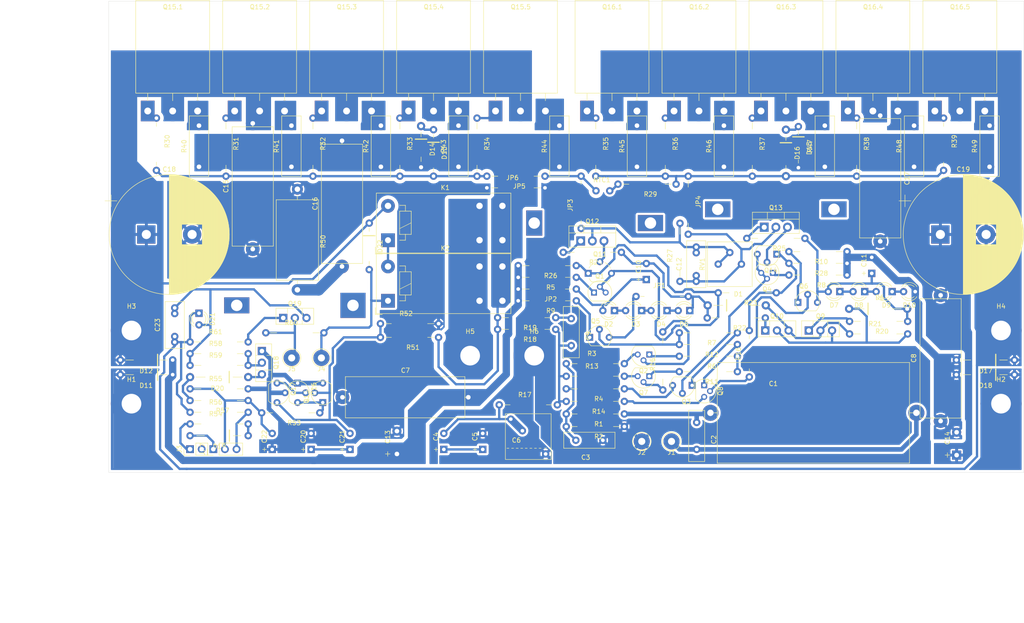
<source format=kicad_pcb>
(kicad_pcb (version 20211014) (generator pcbnew)
  (title_block (title "Thel AccuSound 100 (version 2006-2011)") (comment 1 "PCB is not the original -> but like the original = exactly the same component placement") (comment 2 "1 layer PCB / all THT components"))
  (layers (0 "F.Cu" signal) (31 "B.Cu" signal) (34 "B.Paste" user) (35 "F.Paste" user) (36 "B.SilkS" user "B.Silkscreen") (37 "F.SilkS" user "F.Silkscreen") (38 "B.Mask" user) (39 "F.Mask" user) (44 "Edge.Cuts" user))
  (net 0 "")
  (net 1 "GND")
  (net 2 "Net-(C1-Pad1)")
  (net 3 "/IN")
  (net 4 "Net-(C10-Pad2)")
  (net 5 "Net-(C4-Pad2)")
  (net 6 "Net-(C4-Pad1)")
  (net 7 "Net-(C11-Pad1)")
  (net 8 "/+UBv")
  (net 9 "Net-(C3-Pad2)")
  (net 10 "Net-(C9-Pad2)")
  (net 11 "/+UBv1")
  (net 12 "Net-(D8-Pad1)")
  (net 13 "Net-(C21-Pad2)")
  (net 14 "-UB1")
  (net 15 "Net-(D10-Pad2)")
  (net 16 "+UB1")
  (net 17 "Net-(C22-Pad2)")
  (net 18 "/AC-in")
  (net 19 "Net-(C20-Pad1)")
  (net 20 "Net-(Q3-Pad1)")
  (net 21 "Net-(Q4-Pad1)")
  (net 22 "Net-(Q5-Pad1)")
  (net 23 "Net-(D1-Pad2)")
  (net 24 "Net-(Q6-Pad1)")
  (net 25 "Net-(D2-Pad1)")
  (net 26 "Net-(D3-Pad1)")
  (net 27 "Net-(D4-Pad1)")
  (net 28 "Net-(D6-Pad1)")
  (net 29 "Net-(D7-Pad1)")
  (net 30 "AMP Out")
  (net 31 "Net-(D15-Pad1)")
  (net 32 "Net-(C23-Pad2)")
  (net 33 "/+UB2")
  (net 34 "/-UB2")
  (net 35 "Net-(D20-Pad1)")
  (net 36 "Net-(D20-Pad2)")
  (net 38 "Net-(J5-Pad1)")
  (net 39 "/driver_pos")
  (net 40 "Net-(Q1-Pad1)")
  (net 41 "Net-(Q1-Pad2)")
  (net 42 "Net-(D19-Pad2)")
  (net 43 "Net-(Q2-Pad1)")
  (net 44 "Net-(D19-Pad1)")
  (net 45 "Net-(Q2-Pad3)")
  (net 46 "Net-(JP1-Pad1)")
  (net 47 "Net-(Q3-Pad3)")
  (net 48 "Net-(JP7-Pad3)")
  (net 49 "Net-(Q7-Pad1)")
  (net 50 "Net-(Q7-Pad2)")
  (net 51 "Net-(Q8-Pad1)")
  (net 52 "Net-(Q8-Pad2)")
  (net 53 "Net-(Q9-Pad1)")
  (net 54 "Net-(Q10-Pad1)")
  (net 55 "Net-(Q11-Pad1)")
  (net 56 "Net-(Q11-Pad2)")
  (net 57 "Net-(Q12-Pad1)")
  (net 58 "Net-(Q14-Pad3)")
  (net 59 "Net-(Q13-Pad1)")
  (net 60 "Net-(Q14-Pad1)")
  (net 61 "Net-(Q15.1-Pad1)")
  (net 62 "Net-(Q15.1-Pad3)")
  (net 63 "Net-(Q15.2-Pad1)")
  (net 64 "Net-(Q15.2-Pad3)")
  (net 65 "Net-(Q15.3-Pad1)")
  (net 66 "Net-(Q15.3-Pad3)")
  (net 67 "Net-(Q15.4-Pad1)")
  (net 68 "Net-(Q15.4-Pad3)")
  (net 69 "Net-(Q15.5-Pad1)")
  (net 70 "Net-(Q15.5-Pad3)")
  (net 71 "Net-(Q16.1-Pad1)")
  (net 72 "Net-(Q16.1-Pad3)")
  (net 73 "Net-(Q16.2-Pad1)")
  (net 74 "Net-(Q16.2-Pad3)")
  (net 75 "Net-(Q16.3-Pad1)")
  (net 76 "Net-(Q16.3-Pad3)")
  (net 77 "Net-(Q16.4-Pad1)")
  (net 78 "Net-(Q16.4-Pad3)")
  (net 79 "Net-(Q16.5-Pad1)")
  (net 80 "Net-(Q16.5-Pad3)")
  (net 81 "Net-(Q18-Pad2)")
  (net 82 "Net-(Q5-Pad2)")
  (net 83 "Net-(NTC1-Pad2)")
  (net 84 "Net-(D22-Pad2)")
  (net 85 "Net-(Q6-Pad2)")
  (net 86 "Net-(D13-Pad1)")
  (net 87 "GND2")
  (net 88 "/-UBv")
  (net 89 "Net-(C16-Pad1)")
  (net 90 "Net-(Q7-Pad3)")
  (net 91 "Net-(Q8-Pad3)")
  (net 92 "/driver_neg")
  (net 93 "Net-(Q13-Pad3)")
  (net 94 "Net-(Q15-Pad1)")
  (net 95 "Net-(Q16-Pad2)")
  (net 96 "Net-(K1-PadA2)")
  (net 97 "Net-(C9-Pad1)")
  (net 98 "Net-(Q19-Pad1)")
  (net 99 "/AMP_Out_r")
  (net 100 "/driver_neg1")
  (net 101 "/driver_pos1")
  (net 102 "/driver_pos2")
  (footprint "analoghifi:R_Axial_very_long_L6.3mm_D2.5mm_P12.7mm_Horizontal_minSilk" (layer "F.Cu") (at 144.2 97.8125 180)
    (fp_text reference "R26")
    (fp_text value "56Ω")
  )
  (footprint "analoghifi:TO-247-3_Horizontal_TabDown_short" (layer "F.Cu") (at 146.55 64)
    (fp_text reference "Q16.1")
    (fp_text value "IRFP9240")
  )
  (footprint "analoghifi:R_Axial_very_long_L6.3mm_D2.5mm_P12.7mm_Horizontal_minSilk" (layer "F.Cu") (at 216.6 110 180)
    (fp_text reference "R20")
    (fp_text value "2.4k")
  )
  (footprint "analoghifi:R_Axial_very_long_L6.3mm_D2.5mm_P12.7mm_Horizontal_minSilk" (layer "F.Cu") (at 154.05 94.9 180)
    (fp_text reference "R24")
    (fp_text value "150Ω")
  )
  (footprint "Resistor_THT:R_Box_L13.0mm_W4.0mm_P9.00mm" (layer "F.Cu") (at 218 76.2 90)
    (fp_text reference "R48")
    (fp_text value "0.22Ω/2W")
  )
  (footprint "analoghifi:Diode_long_L6.3mm_D2.5mm_P12.7mm_Horizontal_minSilk" (layer "F.Cu") (at 239.945 118.45 180)
    (fp_text reference "D17")
    (fp_text value "1N4007")
  )
  (footprint "analoghifi:D_DO-41_SOD81_very_long_P12.7mm_Horizontal_minSilk" (layer "F.Cu") (at 72.5 122.1875 180)
    (fp_text reference "D20")
    (fp_text value "5.1V")
  )
  (footprint "analoghifi:Potentiometer_Bourns_3386P_Vertical" (layer "F.Cu") (at 180.28 97.485 90)
    (fp_text reference "RV1")
    (fp_text value "5kΩ")
  )
  (footprint "analoghifi:Diode_long_L6.3mm_D2.5mm_P11,43mm_Horizontal_minSilk" (layer "F.Cu") (at 56 118.45 180)
    (fp_text reference "D12")
    (fp_text value "1N4007")
  )
  (footprint "analoghifi:R_Axial_very_long_L6.3mm_D2.5mm_P12.7mm_Horizontal_minSilk" (layer "F.Cu") (at 203.9 112.75)
    (fp_text reference "R21")
    (fp_text value "22k")
  )
  (footprint "analoghifi:TO-247-3_Horizontal_TabDown_short" (layer "F.Cu") (at 126.55 64)
    (fp_text reference "Q15.5")
    (fp_text value "IRFP240")
  )
  (footprint "Package_TO_SOT_THT:TO-92" (layer "F.Cu") (at 187.145 99.4 180)
    (fp_text reference "Q4")
    (fp_text value "2SC2240")
  )
  (footprint "analoghifi:R_Axial_very_long_L6.3mm_D2.5mm_P12.7mm_Horizontal_minSilk" (layer "F.Cu") (at 59.8 124.75)
    (fp_text reference "R55")
    (fp_text value "22k")
  )
  (footprint "Resistor_THT:R_Box_L13.0mm_W4.0mm_P9.00mm" (layer "F.Cu") (at 81.95 76.2 90)
    (fp_text reference "R41")
    (fp_text value "0.22Ω/2W")
  )
  (footprint "analoghifi:R_Axial_very_long_L6.3mm_D2.5mm_P12.7mm_Horizontal_minSilk" (layer "F.Cu") (at 122.5 65.55 -90)
    (fp_text reference "R34")
    (fp_text value "56Ω")
  )
  (footprint "analoghifi:LED_D3.0mm" (layer "F.Cu") (at 152.54 107.65 180)
    (fp_text reference "D2")
    (fp_text value "LED_Small")
  )
  (footprint "analoghifi:CP_Radial_Black_D8.2mm_H12.0mm_P3.50mm_minimal_silk" (layer "F.Cu") (at 77.75 138 90)
    (fp_text reference "C22")
    (fp_text value "220µF/25V")
  )
  (footprint "analoghifi:R_Axial_very_long_L6.3mm_D2.5mm_P12.7mm_Horizontal_minSilk" (layer "F.Cu") (at 148.45 65.55 -90)
    (fp_text reference "R35")
    (fp_text value "56Ω")
  )
  (footprint "analoghifi:D_DO-41_SOD81_very_long_P12.7mm_Horizontal_minSilk" (layer "F.Cu") (at 172.9 106.5)
    (fp_text reference "D1")
    (fp_text value "5.1V")
  )
  (footprint "analoghifi:C_Rect_Mica_L11mm_W3.3mm_P5.90mm" (layer "F.Cu") (at 170.5 132.1 -90)
    (fp_text reference "C2")
    (fp_text value "47pF/Mica")
  )
  (footprint "analoghifi:C_Rect_L10.0mm_W4.0mm_P5.00_P7.50mm" (layer "F.Cu") (at 56.45 114.55 90)
    (fp_text reference "C23")
    (fp_text value "0.47µF")
  )
  (footprint "Package_TO_SOT_THT:TO-92" (layer "F.Cu") (at 160.15 122 180)
    (fp_text reference "Q7")
    (fp_text value "2SC2240")
  )
  (footprint "analoghifi:D_DO-41_SOD81_very_long_P12.7mm_Horizontal_minSilk" (layer "F.Cu") (at 203.8 107.25)
    (fp_text reference "D6")
    (fp_text value "5.1V")
  )
  (footprint "analoghifi:R_Axial_very_long_L6.3mm_D2.5mm_P12.7mm_Horizontal_minSilk" (layer "F.Cu") (at 105.65 65.55 -90)
    (fp_text reference "R33")
    (fp_text value "56Ω")
  )
  (footprint "analoghifi:R_Axial_very_long_L6.3mm_D2.5mm_P12.7mm_Horizontal_minSilk" (layer "F.Cu") (at 179.4 115.0625 180)
    (fp_text reference "R12")
    (fp_text value "150Ω")
  )
  (footprint "analoghifi:CP_Radial_D10.0mm_H12.5mm_P5.00mm_minmal_silk" (layer "F.Cu") (at 227.3 139.25 90)
    (fp_text reference "C14")
    (fp_text value "47µF/100V")
  )
  (footprint "analoghifi:Relay_SPST_Schrack-RM5mm" (layer "F.Cu") (at 103.05 105.5)
    (fp_text reference "K2")
    (fp_text value "24V SPST 16A")
  )
  (footprint "analoghifi:LED_D3.0mm" (layer "F.Cu") (at 218.25 103.5 180)
    (fp_text reference "D10")
    (fp_text value "LED_Small")
  )
  (footprint "analoghifi:TO-92_wide" (layer "F.Cu") (at 192.625 105.86)
    (fp_text reference "Q6")
    (fp_text value "2SC2240")
  )
  (footprint "analoghifi:C_Axial_L27mm_D9mm_P27.5mm_Horizontal" (layer "F.Cu") (at 210.6 65 -90)
    (fp_text reference "C17")
    (fp_text value "0.1µF/KP")
  )
  (footprint "analoghifi:MountingHole_4.3mm_M4_big_Pad_TopBottom" (layer "F.Cu") (at 47 128)
    (fp_text reference "H1")
    (fp_text value "+UB2")
  )
  (footprint "Resistor_THT:R_Box_L13.0mm_W4.0mm_P9.00mm" (layer "F.Cu") (at 101.5 76.2 90)
    (fp_text reference "R42")
    (fp_text value "0.22Ω/2W")
  )
  (footprint "analoghifi:TO-92_wide" (layer "F.Cu") (at 83.3 123.5 -90)
    (fp_text reference "Q16")
    (fp_text value "BC546B")
  )
  (footprint "Package_TO_SOT_THT:TO-220-3_Vertical" (layer "F.Cu") (at 185.26 89.415)
    (fp_text reference "Q13")
    (fp_text value "IRF620")
  )
  (footprint "analoghifi:Diode_L6.3mm_D2.5mm_P10.16mm_Horizontal_minSilk" (layer "F.Cu") (at 98.95 88.52 -90)
    (fp_text reference "D22")
    (fp_text value "1N4007")
  )
  (footprint "analoghifi:Loet_Pin_D1.5mm_L14.0mm" (layer "F.Cu") (at 88.5 118)
    (fp_text reference "J4")
    (fp_text value "LED+")
  )
  (footprint "analoghifi:R_Axial_very_long_L6.3mm_D2.5mm_P12.7mm_Horizontal_minSilk" (layer "F.Cu") (at 166.85 101.25 90)
    (fp_text reference "R27")
    (fp_text value "620Ω")
  )
  (footprint "analoghifi:Heatsink_Fischer_SK104-STC-STIC_35x13mm_2xDrill2.5mm_no_silk" (layer "F.Cu") (at 147.7 88.5)
    (fp_text reference "REF**" hide)
    (fp_text value "Heatsink_Fischer_SK104-STC-STIC_35x13mm_2xDrill2.5mm_no_silk")
  )
  (footprint "analoghifi:R_Axial_very_long_L6.3mm_D2.5mm_P12.7mm_Horizontal_minSilk" (layer "F.Cu") (at 203.35 99.875 180)
    (fp_text reference "R8")
    (fp_text value "2.4k")
  )
  (footprint "analoghifi:MountingHole_4.3mm_M4_big_Pad_TopBottom" (layer "F.Cu") (at 47 112)
    (fp_text reference "H3")
    (fp_text value "+UB1")
  )
  (footprint "analoghifi:R_Axial_very_long_L6.3mm_D2.5mm_P12.7mm_Horizontal_minSilk" (layer "F.Cu") (at 154.7 130.25 180)
    (fp_text reference "R1")
    (fp_text value "470Ω")
  )
  (footprint "analoghifi:R_Axial_very_long_L6.3mm_D2.5mm_P12.7mm_Horizontal_minSilk" (layer "F.Cu") (at 154.7 133 180)
    (fp_text reference "R2")
    (fp_text value "15k")
  )
  (footprint "analoghifi:C_Axial_L42mm_D22mm_P45mm_Horizontal" (layer "F.Cu") (at 173.5 130)
    (fp_text reference "C1")
    (fp_text value "2.2µF/KP")
  )
  (footprint "analoghifi:R_Axial_very_long_L6.3mm_D2.5mm_P12.7mm_Horizontal_minSilk" (layer "F.Cu") (at 163.65 65.55 -90)
    (fp_text reference "R36")
    (fp_text value "56Ω")
  )
  (footprint "analoghifi:R_Axial_very_long_L6.3mm_D2.5mm_P12.7mm_Horizontal_minSilk" (layer "F.Cu") (at 154.7 124.75 180)
    (fp_text reference "R4")
    (fp_text value "470Ω")
  )
  (footprint "analoghifi:CP_Radial_Black_D8.2mm_H12.0mm_P3.50mm_minimal_silk" (layer "F.Cu") (at 208.749999 99.5 90)
    (fp_text reference "C11")
    (fp_text value "220µF/25V")
  )
  (footprint "analoghifi:R_Axial_very_long_L6.3mm_D2.5mm_P12.7mm_Horizontal_minSilk" (layer "F.Cu") (at 139.7 109.1875 180)
    (fp_text reference "R19")
    (fp_text value "150Ω")
  )
  (footprint "analoghifi:CP_Radial_Black_D8.2mm_H12.0mm_P3.50mm_minimal_silk" (layer "F.Cu") (at 86.25 138 90)
    (fp_text reference "C20")
    (fp_text value "2x 220µF/25V")
  )
  (footprint "analoghifi:TO-92_wide" (layer "F.Cu") (at 147.125 113.5)
    (fp_text reference "Q5")
    (fp_text value "2SA970")
  )
  (footprint "analoghifi:R_Axial_very_long_L6.3mm_D2.5mm_P12.7mm_Horizontal_minSilk" (layer "F.Cu") (at 59.8 117.0625)
    (fp_text reference "R58")
    (fp_text value "15k")
  )
  (footprint "Connector_PinHeader_2.54mm:PinHeader_1x02_P2.54mm_Vertical" (layer "F.Cu") (at 59.8 137.95 90)
    (fp_text reference "J3")
    (fp_text value "AC~")
  )
  (footprint "Package_TO_SOT_THT:TO-92" (layer "F.Cu") (at 160.15 117.25 180)
    (fp_text reference "Q2")
    (fp_text value "2SC2240")
  )
  (footprint "analoghifi:TO-247-3_Horizontal_TabDown_short" (layer "F.Cu") (at 88.55 64)
    (fp_text reference "Q15.3")
    (fp_text value "IRFP240")
  )
  (footprint "analoghifi:LED_D3.0mm" (layer "F.Cu") (at 207.21 103.5 180)
    (fp_text reference "D8")
    (fp_text value "LED_Small")
  )
  (footprint "analoghifi:R_Axial_very_long_L6.3mm_D2.5mm_P12.7mm_Horizontal_minSilk" (layer "F.Cu") (at 163.1 125 90)
    (fp_text reference "R15")
    (fp_text value "1.5k")
  )
  (footprint "Package_TO_SOT_THT:TO-126-3_Vertical" (layer "F.Cu") (at 195 112)
    (fp_text reference "Q9")
    (fp_text value "BF469")
  )
  (footprint "analoghifi:CP_Radial_Black_D8.2mm_H12.0mm_P3.50mm_minimal_silk" (layer "F.Cu") (at 115.25 138 90)
    (fp_text reference "C4")
    (fp_text value "220µF/25V")
  )
  (footprint "analoghifi:Heatsink_Fischer_SK104-STC-STIC_35x13mm_2xDrill2.5mm_no_silk" (layer "F.Cu") (at 82.7 106.5)
    (fp_text reference "REF**" hide)
    (fp_text value "Heatsink_Fischer_SK104-STC-STIC_35x13mm_2xDrill2.5mm_no_silk")
  )
  (footprint "Package_TO_SOT_THT:TO-92" (layer "F.Cu") (at 172.14 123.98 -90)
    (fp_text reference "Q8")
    (fp_text value "2SA970")
  )
  (footprint "analoghifi:R_Axial_very_long_L6.3mm_D2.5mm_P12.7mm_Horizontal_minSilk" (layer "F.Cu") (at 137.35 78.25 180)
    (fp_text reference "JP5")
    (fp_text value "Jumper_2_Bridged")
  )
  (footprint "analoghifi:R_Axial_very_long_L6.3mm_D2.5mm_P12.7mm_Horizontal_minSilk" (layer "F.Cu") (at 59.8 129.875)
    (fp_text reference "R56")
    (fp_text value "47k")
  )
  (footprint "analoghifi:R_Axial_very_long_L6.3mm_D2.5mm_P12.7mm_Horizontal_minSilk" (layer "F.Cu") (at 59.8 119.625)
    (fp_text reference "R59")
    (fp_text value "15k")
  )
  (footprint "analoghifi:R_Axial_long_L6.3mm_D2.5mm_P11.43mm_Horizontal_minSilk" (layer "F.Cu") (at 52.45 65.55 -90)
    (fp_text reference "R30")
    (fp_text value "56Ω")
  )
  (footprint "analoghifi:R_Axial_very_long_L6.3mm_D2.5mm_P12.7mm_Horizontal_minSilk" (layer "F.Cu") (at 203.35 97.3125 180)
    (fp_text reference "R28")
    (fp_text value "56Ω")
  )
  (footprint "analoghifi:R_Axial_very_long_L6.3mm_D2.5mm_P12.7mm_Horizontal_minSilk" (layer "F.Cu") (at 194.15 91.85 180)
    (fp_text reference "R25")
    (fp_text value "150Ω")
  )
  (footprint "Resistor_THT:R_Box_L13.0mm_W4.0mm_P9.00mm" (layer "F.Cu") (at 198.5 76.2 90)
    (fp_text reference "R47")
    (fp_text value "0.22Ω/2W")
  )
  (footprint "analoghifi:R_Axial_very_long_L6.3mm_D2.5mm_P12.7mm_Horizontal_minSilk" (layer "F.Cu") (at 203.35 94.75 180)
    (fp_text reference "R10")
    (fp_text value "6.8k")
  )
  (footprint "analoghifi:CP_Radial_Black_D8.2mm_H12.0mm_P3.50mm_minimal_silk" (layer "F.Cu") (at 159.499999 100.85 90)
    (fp_text reference "C10")
    (fp_text value "220µF/25V")
  )
  (footprint "Package_TO_SOT_THT:TO-220-3_Vertical" (layer "F.Cu") (at 145.16 92.415)
    (fp_text reference "Q12")
    (fp_text value "IRF9620")
  )
  (footprint "analoghifi:Diode_L6.3mm_D2.5mm_P10.16mm_Horizontal_minSilk" (layer "F.Cu") (at 113 68.09 -90)
    (fp_text reference "D13")
    (fp_text value "1N4007")
  )
  (footprint "analoghifi:LED_D3.0mm" (layer "F.Cu") (at 201.79 103.5 180)
    (fp_text reference "D7")
    (fp_text value "LED_Small")
  )
  (footprint "analoghifi:R_Axial_DIN0207_L6.3mm_D2.5mm_P10.16mm_Horizontal_minSilk" (layer "F.Cu") (at 182 122.16 90)
    (fp_text reference "R16")
    (fp_text value "1.5k")
  )
  (footprint "analoghifi:R_Axial_very_long_L6.3mm_D2.5mm_P12.7mm_Horizontal_minSilk" (layer "F.Cu") (at 168.65 78.25 -90)
    (fp_text reference "JP4")
    (fp_text value "Jumper_2_Bridged")
  )
  (footprint "Package_TO_SOT_THT:TO-126-3_Vertical" (layer "F.Cu") (at 185.5 112)
    (fp_text reference "Q10")
    (fp_text value "BF470")
  )
  (footprint "analoghifi:CP_Radial_Black_D8.2mm_H12.0mm_P3.50mm_minimal_silk" (layer "F.Cu") (at 123.75 138 90)
    (fp_text reference "C5")
    (fp_text value "220µF/25V")
  )
  (footprint "analoghifi:R_Axial_very_long_L6.3mm_D2.5mm_P12.7mm_Horizontal_minSilk" (layer "F.Cu") (at 142 119.25)
    (fp_text reference "R3")
    (fp_text value "470Ω")
  )
  (footprint "analoghifi:Diode_long_L6.3mm_D2.5mm_P12.7mm_Horizontal_minSilk" (layer "F.Cu") (at 239.945 121.655 180)
    (fp_text reference "D18")
    (fp_text value "1N4007")
  )
  (footprint "Package_TO_SOT_THT:TO-92_Wide" (layer "F.Cu") (at 146.8 99.5)
    (fp_text reference "Q11")
    (fp_text value "2SA970")
  )
  (footprint "analoghifi:TO-92_wide" (layer "F.Cu") (at 78.8 123.5 -90)
    (fp_text reference "Q17")
    (fp_text value "BC556B")
  )
  (footprint "analoghifi:TO-92_wide" (layer "F.Cu") (at 88.8 127.75 90)
    (fp_text reference "Q15")
    (fp_text value "BC556B")
  )
  (footprint "Resistor_THT:R_Box_L13.0mm_W4.0mm_P9.00mm" (layer "F.Cu") (at 234.5 76.2 90)
    (fp_text reference "R49")
    (fp_text value "0.22Ω/2W")
  )
  (footprint "analoghifi:R_Axial_DIN0918_L18mm_D9mm_P22mm_Horizontal" (layer "F.Cu") (at 83.25 81.1 -90)
    (fp_text reference "R50")
    (fp_text value "33Ω/5W")
  )
  (footprint "analoghifi:C_Rect_Mica_L11mm_W3.3mm_P5.90mm" (layer "F.Cu") (at 143.1 109.4 -90)
    (fp_text reference "C9")
    (fp_text value "10pF/Mica")
  )
  (footprint "analoghifi:R_Axial_very_long_L6.3mm_D2.5mm_P12.7mm_Horizontal_minSilk" (layer "F.Cu") (at 59.8 132.4375)
    (fp_text reference "R54")
    (fp_text value "22k")
  )
  (footprint "analoghifi:Diode_short_L6.3mm_D2.5mm_P9mm_Horizontal_minSilk" (layer "F.Cu") (at 192.725 67.4 -90)
    (fp_text reference "D15")
    (fp_text value "1N4007")
  )
  (footprint "analoghifi:R_Axial_very_long_L6.3mm_D2.5mm_P12.7mm_Horizontal_minSilk" (layer "F.Cu") (at 154.7 127.5 180)
    (fp_text reference "R14")
    (fp_text value "470Ω")
  )
  (footprint "analoghifi:R_Axial_very_long_L6.3mm_D2.5mm_P12.7mm_Horizontal_minSilk" (layer "F.Cu") (at 144.2 102.9375 180)
    (fp_text reference "JP2")
    (fp_text value "Jumper_2_Bridged")
  )
  (footprint "analoghifi:R_Axial_long_L6.3mm_D2.5mm_P11.43mm_Horizontal_minSilk" (layer "F.Cu") (at 224.45 65.55 -90)
    (fp_text reference "R39")
    (fp_text value "56Ω")
  )
  (footprint "Resistor_THT:R_Box_L13.0mm_W4.0mm_P9.00mm" (layer "F.Cu") (at 118.45 76.2 90)
    (fp_text reference "R43")
    (fp_text value "0.22Ω/2W")
  )
  (footprint "analoghifi:R_Axial_very_long_L6.3mm_D2.5mm_P12.7mm_Horizontal_minSilk" (layer "F.Cu") (at 88.15 130 180)
    (fp_text reference "R53")
    (fp_text value "56Ω")
  )
  (footprint "analoghifi:R_Axial_very_long_L6.3mm_D2.5mm_P12.7mm_Horizontal_minSilk" (layer "F.Cu") (at 59.8 114.5)
    (fp_text reference "R61")
    (fp_text value "56Ω")
  )
  (footprint "MountingHole:MountingHole_3.2mm_M3" (layer "F.Cu") (at 50 158.25)
    (fp_text reference "REF**" hide)
    (fp_text value "MountingHole_3.2mm_M3")
  )
  (footprint "analoghifi:C_Axial_L27mm_D9mm_P27.5mm_Horizontal" (layer "F.Cu") (at 223.8 131.8 90)
    (fp_text reference "C8")
    (fp_text value "0.1µF/KP")
  )
  (footprint "analoghifi:Relay_SPST_Schrack-RM5mm" (layer "F.Cu") (at 103.05 92.25)
    (fp_text reference "K1")
    (fp_text value "24V SPST 16A")
  )
  (footprint "analoghifi:C_Axial_L27mm_D9mm_P27.5mm_Horizontal" (layer "F.Cu") (at 93 98 90)
    (fp_text reference "C16")
    (fp_text value "0.1µF/KP")
  )
  (footprint "analoghifi:R_Axial_very_long_L6.3mm_D2.5mm_P12.7mm_Horizontal_minSilk" (layer "F.Cu") (at 127.35 128.25)
    (fp_text reference "R17")
    (fp_text value "470Ω")
  )
  (footprint "analoghifi:CP_Radial_D26.0mm_P10.00mm_SnapIn" (layer "F.Cu") (at 223.75 91)
    (fp_text reference "C19")
    (fp_text value "1800µF/100V")
  )
  (footprint "Resistor_THT:R_Box_L13.0mm_W4.0mm_P9.00mm" (layer "F.Cu") (at 61.75 76.2 90)
    (fp_text reference "R40")
    (fp_text value "0.22Ω/2W")
  )
  (footprint "analoghifi:Loet_Pin_D1.5mm_L14.0mm" (layer "F.Cu") (at 158.5 136.25)
    (fp_text reference "J2")
    (fp_text value "IN GND")
  )
  (footprint "Package_TO_SOT_THT:TO-126-3_Vertical" (layer "F.Cu") (at 75.5 116.5 -90)
    (fp_text reference "Q18")
    (fp_text value "BF470")
  )
  (footprint "analoghifi:LED_D3.0mm_medium_P3.5mm" (layer "F.Cu") (at 213.205 103.5 180)
    (fp_text reference "D9")
    (fp_text value "LED_Small")
  )
  (footprint "analoghifi:TO-247-3_Horizontal_TabDown_short" (layer "F.Cu") (at 222.55 64)
    (fp_text reference "Q16.5")
    (fp_text value "IRFP9240")
  )
  (footprint "analoghifi:C_Axial_L27mm_D9mm_P27.5mm_Horizontal" (layer "F.Cu") (at 73.5 94.2 90)
    (fp_text reference "C15")
    (fp_text value "0.1µF/KP")
  )
  (footprint "analoghifi:Diode_long_L6.3mm_D2.5mm_P11,43mm_Horizontal_minSilk" (layer "F.Cu") (at 56 121.655 180)
    (fp_text reference "D11")
    (fp_text value "1N4007")
  )
  (footprint "analoghifi:R_Axial_very_long_L6.3mm_D2.5mm_P12.7mm_Horizontal_minSilk" (layer "F.Cu") (at 114.1 113.5 180)
    (fp_text reference "R51")
    (fp_text value "15k")
  )
  (footprint "Resistor_THT:R_Box_L13.0mm_W4.0mm_P9.00mm" (layer "F.Cu") (at 176.45 76.2 90)
    (fp_text reference "R46")
    (fp_text value "0.22Ω/2W")
  )
  (footprint "analoghifi:TO-247-3_Horizontal_TabDown_short" (layer "F.Cu") (at 50.55 64)
    (fp_text reference "Q15.1")
    (fp_text value "IRFP240")
  )
  (footprint "analoghifi:Loet_Pin_D1.5mm_L14.0mm" (layer "F.Cu") (at 165 136.25)
    (fp_text reference "J1")
    (fp_text value "IN")
  )
  (footprint "analoghifi:LED_D3.0mm_medium_P3.5mm" (layer "F.Cu") (at 158.468333 107.65 180)
    (fp_text reference "D3")
    (fp_text value "LED_Small")
  )
  (footprint "Package_TO_SOT_THT:TO-126-3_Vertical" (layer "F.Cu") (at 80.16 109.255)
    (fp_text reference "Q19")
    (fp_text value "BD129")
  )
  (footprint "analoghifi:MountingHole_4.3mm_M4_big_Pad_TopBottom" (layer "F.Cu") (at 135 117.5)
    (fp_text reference "H6")
    (fp_text value "GND")
  )
  (footprint "analoghifi:R_Axial_very_long_L6.3mm_D2.5mm_P12.7mm_Horizontal_minSilk" (layer "F.Cu") (at 101.4 110.5)
    (fp_text reference "R52")
    (fp_text value "2.2k")
  )
  (footprint "analoghifi:C_Rect_L10.0mm_W4.0mm_P5.00_P7.50mm" (layer "F.Cu") (at 170.4 101.25 90)
    (fp_text reference "C12")
    (fp_text value "470nF/MKS")
  )
  (footprint "analoghifi:TO-92_wide" (layer "F.Cu") (at 188 95.3 180)
    (fp_text reference "Q14")
    (fp_text value "2SC2240")
  )
  (footprint "analoghifi:R_Axial_very_long_L6.3mm_D2.5mm_P12.7mm_Horizontal_minSilk" (layer "F.Cu") (at 187.9 103.75 180)
    (fp_text reference "R23")
    (fp_text value "22k")
  )
  (footprint "Package_TO_SOT_THT:TO-92" (layer "F.Cu") (at 148.07 103.7)
    (fp_text reference "Q1")
    (fp_text value "2SA970")
  )
  (footprint "analoghifi:TO-247-3_Horizontal_TabDown_short" (layer "F.Cu") (at 69.55 64)
    (fp_text reference "Q15.2")
    (fp_text value "IRFP240")
  )
  (footprint "analoghifi:R_Axial_very_long_L6.3mm_D2.5mm_P12.7mm_Horizontal_minSilk" (layer "F.Cu") (at 179.4 117.625 180)
    (fp_text reference "R6")
    (fp_text value "150Ω")
  )
  (footprint "analoghifi:R_Axial_very_long_L6.3mm_D2.5mm_P12.7mm_Horizontal_minSilk" (layer "F.Cu") (at 179.4 112.5 180)
    (fp_text reference "R7")
    (fp_text value "150Ω")
  )
  (footprint "analoghifi:R_Axial_very_long_L6.3mm_D2.5mm_P12.7mm_Horizontal_minSilk" (layer "F.Cu") (at 166 80 180)
    (fp_text reference "R29")
    (fp_text value "1.5k")
  )
  (footprint "analoghifi:Loet_Pin_D1.5mm_L14.0mm" (layer "F.Cu") (at 82 118)
    (fp_text reference "J5")
    (fp_text value "LED-")
  )
  (footprint "analoghifi:R_Axial_very_long_L6.3mm_D2.5mm_P12.7mm_Horizontal_minSilk" (layer "F.Cu") (at 185.5 109.25 180)
    (fp_text reference "R22")
    (fp_text value "2.4k")
  )
  (footprint "analoghifi:TO-247-3_Horizontal_TabDown_short" (layer "F.Cu") (at 203.55 64)
    (fp_text reference "Q16.4")
    (fp_text value "IRFP9240")
  )
  (footprint "analoghifi:MountingHole_4.3mm_M4_big_Pad_TopBottom" (layer "F.Cu") (at 237 112)
    (fp_text reference "H4")
    (fp_text value "-UB1")
  )
  (footprint "analoghifi:R_Axial_very_long_L6.3mm_D2.5mm_P12.7mm_Horizontal_minSilk" (layer "F.Cu") (at 139.7 111.75 180)
    (fp_text reference "R18")
    (fp_text value "15k")
  )
  (footprint "analoghifi:CP_Radial_Black_D8.2mm_H12.0mm_P3.50mm_minimal_silk" (layer "F.Cu") (at 94.75 138 90)
    (fp_text reference "C21")
    (fp_text value "220µF/25V")
  )
  (footprint "analoghifi:LED_D3.0mm" (layer "F.Cu") (at 61.75 108.225 -90)
    (fp_text reference "D21")
    (fp_text value "3mm green")
  )
  (footprint "analoghifi:R_Axial_very_long_L6.3mm_D2.5mm_P12.7mm_Horizontal_minSilk" (layer "F.Cu") (at 144.2 105.5 180)
    (fp_text reference "R9")
    (fp_text value "6.8k")
  )
  (footprint "analoghifi:R_Axial_very_long_L6.3mm_D2.5mm_P12.7mm_Horizontal_minSilk" (layer "F.Cu") (at 142 122)
    (fp_text reference "R13")
    (fp_text value "470Ω")
  )
  (footprint "analoghifi:R_Axial_very_long_L6.3mm_D2.5mm_P12.7mm_Horizontal_minSilk" (layer "F.Cu") (at 86.65 65.55 -90)
    (fp_text reference "R32")
    (fp_text value "56Ω")
  )
  (footprint "analoghifi:Diode_long_L6.3mm_D2.5mm_P12.7mm_Horizontal_minSilk" (layer "F.Cu") (at 72.5 135 180)
    (fp_text reference "D19")
    (fp_text value "1N4007")
  )
  (footprint "analoghifi:LED_D3.0mm_medium_P3.5mm" (layer "F.Cu") (at 164.021666 107.65 180)
    (fp_text reference "D4")
    (fp_text value "LED_Small")
  )
  (footprint "analoghifi:R_Axial_very_long_L6.3mm_D2.5mm_P12.7mm_Horizontal_minSilk" (layer "F.Cu") (at 205.45 65.55 -90)
    (fp_text reference "R38")
    (fp_text value "56Ω")
  )
  (footprint "analoghifi:R_Axial_long_L6.3mm_D2.5mm_P11.43mm_Horizontal_minSilk" (layer "F.Cu") (at 157.25 104.55)
    (fp_text reference "JP1")
    (fp_text value "Jumper_2_Bridged")
  )
  (footprint "analoghifi:CP_Radial_D10.0mm_H12.5mm_P5.00mm_minmal_silk" (layer "F.Cu") (at 105 139 90)
    (fp_text reference "C13")
    (fp_text value "47µF/100V")
  )
  (footprint "Resistor_THT:R_Box_L13.0mm_W4.0mm_P9.00mm" (layer "F.Cu") (at 157.45 76.2 90)
    (fp_text reference "R45")
    (fp_text value "0.22Ω/2W")
  )
  (footprint "analoghifi:R_Axial_very_long_L6.3mm_D2.5mm_P12.7mm_Horizontal_minSilk" (layer "F.Cu") (at 144.2 100.375 180)
    (fp_text reference "R5")
    (fp_text value "2.4k")
  )
  (footprint "analoghifi:TO-247-3_Horizontal_TabDown_short" (layer "F.Cu") (at 107.55 64)
    (fp_text reference "Q15.4")
    (fp_text value "IRFP240")
  )
  (footprint "analoghifi:Heatsink_Fischer_SK104-STC-STIC_35x13mm_2xDrill2.5mm_no_silk" (layer "F.Cu") (at 187.8 85.5)
    (fp_text reference "REF**" hide)
    (fp_text value "Heatsink_Fischer_SK104-STC-STIC_35x13mm_2xDrill2.5mm_no_silk")
  )
  (footprint "analoghifi:R_Axial_very_long_L6.3mm_D2.5mm_P12.7mm_Horizontal_minSilk" (layer "F.Cu") (at 76.35 112.5)
    (fp_text reference "R60")
    (fp_text value "150Ω")
  )
  (footprint "Resistor_THT:R_Box_L13.0mm_W4.0mm_P9.00mm" (layer "F.Cu") (at 140.5 76.2 90)
    (fp_text reference "R44")
    (fp_text value "0.22Ω/2W")
  )
  (footprint "analoghifi:C_Rect_Mica_L11mm_W3.3mm_P5.90mm" (layer "F.Cu") (at 150 136 180)
    (fp_text reference "C3")
    (fp_text value "47pF/Mica")
  )
  (footprint "analoghifi:MountingHole_4.3mm_M4_big_Pad_TopBottom" (layer "F.Cu") (at 237 128)
    (fp_text reference "H2")
    (fp_text value "-UB2")
  )
  (footprint "analoghifi:R_Axial_very_long_L6.3mm_D2.5mm_P12.7mm_Horizontal_minSilk" (layer "F.Cu") (at 72.5 127.3125 180)
    (fp_text reference "R57")
    (fp_text value "150Ω")
  )
  (footprint "Connector_PinHeader_2.54mm:PinHeader_1x03_P2.54mm_Vertical" (layer "F.Cu") (at 64.88 137.95 90)
    (fp_text reference "JP7")
    (fp_text value "Jumper_3_Bridged12")
  )
  (footprint "analoghifi:R_Axial_very_long_L6.3mm_D2.5mm_P12.7mm_Horizontal_minSilk" (layer "F.Cu") (at 182.65 65.55 -90)
    (fp_text reference "R37")
    (fp_text value "56Ω")
  )
  (footprint "analoghifi:CP_Radial_D26.0mm_P10.00mm_SnapIn" (layer "F.Cu") (at 50.25 91)
    (fp_text reference "C18")
    (fp_text value "1800µF/100V")
  )
  (footprint "analoghifi:D_DO-41_SOD81_P10.16mm_Horizontal_minSilk" (layer "F.Cu") (at 190 68.09 -90)
    (fp_text reference "D16")
    (fp_text value "5.1V")
  )
  (footprint "analoghifi:R_Axial_very_long_L6.3mm_D2.5mm_P12.7mm_Horizontal_minSilk" (layer "F.Cu") (at 67.65 65.55 -90)
    (fp_text reference "R31")
    (fp_text value "56Ω")
  )
  (footprint "analoghifi:D_DO-41_SOD81_short_P9.0mm_Horiz_minSilk" (layer "F.Cu") (at 110.275 67.3 -90)
    (fp_text reference "D14")
    (fp_text value "5.1V")
  )
  (footprint "analoghifi:Pads_for_NTC_P3mm" (layer "F.Cu") (at 148.5 81.45)
    (fp_text reference "NTC1")
    (fp_text value "10k")
  )
  (footprint "analoghifi:LED_D3.0mm" (layer "F.Cu") (at 169 107.65 180)
    (fp_text reference "D5")
    (fp_text value "LED_Small")
  )
  (footprint "analoghifi:C_Tower_EMZ_small_medium" (layer "F.Cu") (at 137.5 139)
    (fp_text reference "C6")
    (fp_text value "33nF/KP" hide)
  )
  (footprint "analoghifi:TO-247-3_Horizontal_TabDown_short" (layer "F.Cu") (at 184.55 64)
    (fp_text reference "Q16.3")
    (fp_text value "IRFP9240")
  )
  (footprint "analoghifi:C_Axial_L27mm_D9mm_P27.5mm_Horizontal" (layer "F.Cu") (at 93.1 126.6)
    (fp_text reference "C7")
    (fp_text value "0.1µF/KP")
  )
  (footprint "analoghifi:R_Axial_long_L6.3mm_D2.5mm_P11.43mm_Horizontal_minSilk" (layer "F.Cu") (at 145.25 89.68 90)
    (fp_text reference "JP3")
    (fp_text value "Jumper_2_Bridged")
  )
  (footprint "analoghifi:TO-247-3_Horizontal_TabDown_short" (layer "F.Cu") (at 165.55 64)
    (fp_text reference "Q16.2")
    (fp_text value "IRFP9240")
  )
  (footprint "analoghifi:MountingHole_4.3mm_M4_big_Pad_TopBottom" (layer "F.Cu") (at 121 117.5)
    (fp_text reference "H5")
    (fp_text value "LS Out")
  )
  (footprint "analoghifi:R_Axial_very_long_L6.3mm_D2.5mm_P12.7mm_Horizontal_minSilk" (layer "F.Cu") (at 124.65 80.8)
    (fp_text reference "JP6")
    (fp_text value "Jumper_2_Bridged")
  )
  (footprint "analoghifi:R_Axial_very_long_L6.3mm_D2.5mm_P12.7mm_Horizontal_minSilk" (layer "F.Cu") (at 179.4 121 180)
    (fp_text reference "R11")
    (fp_text value "150Ω")
  )
  (footprint "analoghifi:TO-92_wide" (layer "F.Cu") (at 169.5 124 180)
    (fp_text reference "Q3")
    (fp_text value "2SA970")
  )
  (gr_line (start 42 40) (end 242 40) (layer "Edge.Cuts") (width 0.05))
  (gr_line (start 242 40) (end 242 143) (layer "Edge.Cuts") (width 0.05))
  (gr_line (start 242 143) (end 42 143) (layer "Edge.Cuts") (width 0.05))
  (gr_line (start 42 143) (end 42 40) (layer "Edge.Cuts") (width 0.05))
  (segment (start 223.81 104.31) (end 223.8 104.3) (width 1) (layer "B.Cu") (net 1))
  (segment (start 172.6 130) (end 173.5 130) (width 0.5) (layer "B.Cu") (net 2))
  (segment (start 154.7 130.25) (end 170.5 130.25) (width 1) (layer "B.Cu") (net 2))
  (segment (start 173.25 130.25) (end 173.5 130) (width 1) (layer "B.Cu") (net 2))
  (segment (start 170.5 132.1) (end 170.5 130.25) (width 1) (layer "B.Cu") (net 2))
  (segment (start 170.5 130.25) (end 173.25 130.25) (width 1) (layer "B.Cu") (net 2))
  (segment (start 170.5 138) (end 166.749999 137.999999) (width 1) (layer "B.Cu") (net 3))
  (segment (start 215.24 138) (end 218.5 134.74) (width 1) (layer "B.Cu") (net 3))
  (segment (start 166.749999 137.999999) (end 165 136.25) (width 1) (layer "B.Cu") (net 3))
  (segment (start 170.5 138) (end 215.24 138) (width 1) (layer "B.Cu") (net 3))
  (segment (start 218.5 134.74) (end 218.5 130) (width 1) (layer "B.Cu") (net 3))
  (segment (start 161.113507 97.35) (end 163.26 99.496493) (width 0.5) (layer "B.Cu") (net 4))
  (segment (start 164.96 104.6) (end 169.65 104.6) (width 0.5) (layer "B.Cu") (net 4))
  (segment (start 156.5 97.35) (end 154.05 94.9) (width 0.5) (layer "B.Cu") (net 4))
  (segment (start 159.499999 97.35) (end 161.113507 97.35) (width 0.5) (layer "B.Cu") (net 4))
  (segment (start 171 104.6) (end 169.65 104.6) (width 0.5) (layer "B.Cu") (net 4))
  (segment (start 163.26 102.9) (end 164.96 104.6) (width 0.5) (layer "B.Cu") (net 4))
  (segment (start 172.9 109.15) (end 172.8 109.25) (width 0.5) (layer "B.Cu") (net 4))
  (segment (start 172.9 106.5) (end 171 104.6) (width 0.5) (layer "B.Cu") (net 4))
  (segment (start 159.499999 97.35) (end 156.5 97.35) (width 0.5) (layer "B.Cu") (net 4))
  (segment (start 172.9 106.5) (end 172.9 109.15) (width 0.5) (layer "B.Cu") (net 4))
  (segment (start 169 107.65) (end 169.65 107) (width 0.5) (layer "B.Cu") (net 4))
  (segment (start 163.26 99.496493) (end 163.26 102.9) (width 0.5) (layer "B.Cu") (net 4))
  (segment (start 169.65 107) (end 169.65 104.6) (width 0.5) (layer "B.Cu") (net 4))
  (segment (start 118.37 131.38) (end 127.46 131.38) (width 0.5) (layer "B.Cu") (net 5))
  (segment (start 127.35 128.25) (end 127.35 131.27) (width 0.5) (layer "B.Cu") (net 5))
  (segment (start 127.35 131.27) (end 127.46 131.38) (width 0.5) (layer "B.Cu") (net 5))
  (segment (start 115.25 134.5) (end 118.37 131.38) (width 0.5) (layer "B.Cu") (net 5))
  (segment (start 129.88 131.38) (end 132.42 133.92) (width 0.5) (layer "B.Cu") (net 5))
  (segment (start 127.46 131.38) (end 129.88 131.38) (width 0.5) (layer "B.Cu") (net 5))
  (segment (start 115.25 138) (end 123.75 138) (width 0.5) (layer "B.Cu") (net 6))
  (segment (start 208.749999 99.5) (end 208.749999 101.609999) (width 0.5) (layer "B.Cu") (net 7))
  (segment (start 216.5 109.9) (end 216.5 107.25) (width 0.5) (layer "B.Cu") (net 7))
  (segment (start 196.875 94.575) (end 194.15 91.85) (width 0.5) (layer "B.Cu") (net 7))
  (segment (start 199.25 103.5) (end 196.98 103.5) (width 0.5) (layer "B.Cu") (net 7))
  (segment (start 216.6 110) (end 216.5 109.9) (width 0.5) (layer "B.Cu") (net 7))
  (segment (start 210.7 101.73) (end 208.87 101.73) (width 0.5) (layer "B.Cu") (net 7))
  (segment (start 199.25 102.36863) (end 199.25 103.5) (width 0.5) (layer "B.Cu") (net 7))
  (segment (start 211.43 104.825) (end 213.855 107.25) (width 0.5) (layer "B.Cu") (net 7))
  (segment (start 208.87 101.73) (end 199.88863 101.73) (width 0.5) (layer "B.Cu") (net 7))
  (segment (start 196.875 103.395) (end 196.875 94.575) (width 0.5) (layer "B.Cu") (net 7))
  (segment (start 208.749999 101.609999) (end 208.87 101.73) (width 0.5) (layer "B.Cu") (net 7))
  (segment (start 211.43 104.825) (end 211.43 102.46) (width 0.5) (layer "B.Cu") (net 7))
  (segment (start 211.43 102.46) (end 210.7 101.73) (width 0.5) (layer "B.Cu") (net 7))
  (segment (start 196.98 103.5) (end 196.875 103.395) (width 0.5) (layer "B.Cu") (net 7))
  (segment (start 196.875 105.86) (end 196.875 103.395) (width 0.5) (layer "B.Cu") (net 7))
  (segment (start 213.855 107.25) (end 216.5 107.25) (width 0.5) (layer "B.Cu") (net 7))
  (segment (start 199.88863 101.73) (end 199.25 102.36863) (width 0.5) (layer "B.Cu") (net 7))
  (segment (start 131.5 106.44) (end 131.5 105.5) (width 1.6) (layer "B.Cu") (net 8))
  (segment (start 129.4 108.54) (end 131.5 106.44) (width 1.6) (layer "B.Cu") (net 8))
  (segment (start 56 118.45) (end 56 121.655) (width 1.6) (layer "B.Cu") (net 8))
  (segment (start 129.4 112.72) (end 129.4 108.54) (width 1.6) (layer "B.Cu") (net 8))
  (segment (start 56 121.89559) (end 56 121.655) (width 1.6) (layer "B.Cu") (net 8))
  (segment (start 131.5 97.8125) (end 131.5 105.5) (width 1.6) (layer "B.Cu") (net 8))
  (segment (start 55.100499 137.234909) (end 55.100499 122.795091) (width 1.6) (layer "B.Cu") (net 8))
  (segment (start 128.9 121.56) (end 128.9 113.22) (width 1.6) (layer "B.Cu") (net 8))
  (segment (start 87 140.4) (end 58.26559 140.4) (width 1.6) (layer "B.Cu") (net 8))
  (segment (start 123.96 126.5) (end 128.9 121.56) (width 1.6) (layer "B.Cu") (net 8))
  (segment (start 55.100499 122.795091) (end 56 121.89559) (width 1.6) (layer "B.Cu") (net 8))
  (segment (start 128.9 113.22) (end 129.4 112.72) (width 1.6) (layer "B.Cu") (net 8))
  (segment (start 58.26559 140.4) (end 55.100499 137.234909) (width 1.6) (layer "B.Cu") (net 8))
  (segment (start 142 124.75) (end 143.48 124.75) (width 0.5) (layer "B.Cu") (net 9))
  (segment (start 144.1 136) (end 142 133.9) (width 0.5) (layer "B.Cu") (net 9))
  (segment (start 143.55 124.68) (end 143.55 128.142032) (width 0.5) (layer "B.Cu") (net 9))
  (segment (start 143.48 124.75) (end 143.55 124.68) (width 0.5) (layer "B.Cu") (net 9))
  (segment (start 142.642032 120.45) (end 143.55 121.357968) (width 0.5) (layer "B.Cu") (net 9))
  (segment (start 143.55 128.142032) (end 142 129.692032) (width 0.5) (layer "B.Cu") (net 9))
  (segment (start 142 119.81) (end 142.64 120.45) (width 0.5) (layer "B.Cu") (net 9))
  (segment (start 142 133.9) (end 142 133) (width 0.5) (layer "B.Cu") (net 9))
  (segment (start 143.55 121.357968) (end 143.55 124.68) (width 0.5) (layer "B.Cu") (net 9))
  (segment (start 142 133) (end 142 130.25) (width 0.5) (layer "B.Cu") (net 9))
  (segment (start 142.64 120.45) (end 142.642032 120.45) (width 0.5) (layer "B.Cu") (net 9))
  (segment (start 142 119.25) (end 142 119.81) (width 0.5) (layer "B.Cu") (net 9))
  (segment (start 142 129.692032) (end 142 130.25) (width 0.5) (layer "B.Cu") (net 9))
  (segment (start 140.6 115.3) (end 140.45 115.15) (width 0.5) (layer "B.Cu") (net 10))
  (segment (start 140.45 112.5) (end 139.7 111.75) (width 0.5) (layer "B.Cu") (net 10))
  (segment (start 140.45 122.03) (end 140.45 115.15) (width 0.5) (layer "B.Cu") (net 10))
  (segment (start 140.45 127.39) (end 140.45 127.85) (width 0.5) (layer "B.Cu") (net 10))
  (segment (start 143.1 115.15) (end 143.1 115.3) (width 0.5) (layer "B.Cu") (net 10))
  (segment (start 140.56 127.5) (end 140.45 127.39) (width 0.5) (layer "B.Cu") (net 10))
  (segment (start 140.45 122.03) (end 140.45 127.39) (width 0.5) (layer "B.Cu") (net 10))
  (segment (start 143.1 115.3) (end 140.6 115.3) (width 0.5) (layer "B.Cu") (net 10))
  (segment (start 142 122) (end 140.48 122) (width 0.5) (layer "B.Cu") (net 10))
  (segment (start 139.7 111.75) (end 139.7625 111.75) (width 0.5) (layer "B.Cu") (net 10))
  (segment (start 140.45 115.15) (end 140.45 112.5) (width 0.5) (layer "B.Cu") (net 10))
  (segment (start 143.1 115.3) (end 143.1 115.957968) (width 0.5) (layer "B.Cu") (net 10))
  (segment (start 142 127.5) (end 140.56 127.5) (width 0.5) (layer "B.Cu") (net 10))
  (segment (start 140.45 127.85) (end 140.05 128.25) (width 0.5) (layer "B.Cu") (net 10))
  (segment (start 140.48 122) (end 140.45 122.03) (width 0.5) (layer "B.Cu") (net 10))
  (segment (start 150 107.65) (end 150 106.39) (width 0.5) (layer "B.Cu") (net 11))
  (segment (start 147.706296 106.39) (end 150 106.39) (width 0.5) (layer "B.Cu") (net 11))
  (segment (start 150.71 106.39) (end 156.25 100.85) (width 0.5) (layer "B.Cu") (net 11))
  (segment (start 144.253796 102.9375) (end 147.706296 106.39) (width 0.5) (layer "B.Cu") (net 11))
  (segment (start 144.2 102.9375) (end 144.3475 102.9375) (width 0.5) (layer "B.Cu") (net 11))
  (segment (start 150 106.39) (end 150.71 106.39) (width 0.5) (layer "B.Cu") (net 11))
  (segment (start 144.2 102.9375) (end 144.253796 102.9375) (width 0.5) (layer "B.Cu") (net 11))
  (segment (start 156.25 100.85) (end 159.499999 100.85) (width 0.5) (layer "B.Cu") (net 11))
  (segment (start 207.21 103.5) (end 209.705 103.5) (width 0.5) (layer "B.Cu") (net 12))
  (segment (start 90.295 125.625) (end 90.3 125.63) (width 0.5) (layer "B.Cu") (net 13))
  (segment (start 91 119.04) (end 91 115.89) (width 0.5) (layer "B.Cu") (net 13))
  (segment (start 101.4 110.5) (end 101.4 113.5) (width 0.5) (layer "B.Cu") (net 13))
  (segment (start 87.05 125.625) (end 90.295 125.625) (width 0.5) (layer "B.Cu") (net 13))
  (segment (start 90.3 119.74) (end 91 119.04) (width 0.5) (layer "B.Cu") (net 13))
  (segment (start 93.39 113.5) (end 101.4 113.5) (width 0.5) (layer "B.Cu") (net 13))
  (segment (start 94.75 134.5) (end 91.81 131.56) (width 0.5) (layer "B.Cu") (net 13))
  (segment (start 91.81 131.56) (end 82.61 131.56) (width 0.5) (layer "B.Cu") (net 13))
  (segment (start 90.3 131.55) (end 90.3 125.63) (width 0.5) (layer "B.Cu") (net 13))
  (segment (start 91 115.89) (end 93.39 113.5) (width 0.5) (layer "B.Cu") (net 13))
  (segment (start 82.61 131.56) (end 78.8 127.75) (width 0.5) (layer "B.Cu") (net 13))
  (segment (start 90.3 125.63) (end 90.3 119.74) (width 0.5) (layer "B.Cu") (net 13))
  (segment (start 210 65) (end 210.6 65) (width 0.5) (layer "B.Cu") (net 14))
  (segment (start 56.45 114.55) (end 56.45 115.383704) (width 0.5) (layer "B.Cu") (net 14))
  (segment locked (start 57.85 122.670196) (end 57.85 114.57) (width 0.5) (layer "B.Cu") (net 14))
  (segment locked (start 57.83 114.55) (end 59.75 114.55) (width 0.5) (layer "B.Cu") (net 14))
  (segment locked (start 56.950499 123.569697) (end 57.85 122.670196) (width 0.5) (layer "B.Cu") (net 14))
  (segment (start 56.45 115.383704) (end 54.15 117.683704) (width 0.5) (layer "B.Cu") (net 14))
  (segment (start 53.25 138) (end 57.5 142.25) (width 0.5) (layer "B.Cu") (net 14))
  (segment (start 53.25 122.03) (end 53.25 138) (width 0.5) (layer "B.Cu") (net 14))
  (segment (start 56.45 113.3) (end 56.45 114.55) (width 0.5) (layer "B.Cu") (net 14))
  (segment (start 209 64) (end 210 65) (width 0.5) (layer "B.Cu") (net 14))
  (segment (start 59.8 108.875) (end 59.8 114.5) (width 0.5) (layer "B.Cu") (net 14))
  (segment (start 57.85 114.57) (end 57.83 114.55) (width 0.5) (layer "B.Cu") (net 14))
  (segment locked (start 57.95 126.929804) (end 56.950499 125.930303) (width 0.5) (layer "B.Cu") (net 14))
  (segment (start 231.75 139.55) (end 231.75 119.55) (width 0.5) (layer "B.Cu") (net 14))
  (segment (start 60.45 108.225) (end 59.8 108.875) (width 0.5) (layer "B.Cu") (net 14))
  (segment locked (start 56.950499 125.930303) (end 56.950499 123.569697) (width 0.5) (layer "B.Cu") (net 14))
  (segment (start 59.8 129.504532) (end 59.8 129.875) (width 0.5) (layer "B.Cu") (net 14))
  (segment (start 54.15 121.13) (end 53.25 122.03) (width 0.5) (layer "B.Cu") (net 14))
  (segment (start 229.05 142.25) (end 231.75 139.55) (width 0.5) (layer "B.Cu") (net 14))
  (segment (start 57.5 142.25) (end 59.11 142.25) (width 0.5) (layer "B.Cu") (net 14))
  (segment locked (start 59.746204 129.875) (end 57.95 128.078796) (width 0.5) (layer "B.Cu") (net 14))
  (segment (start 59.75 114.55) (end 59.8 114.5) (width 0.5) (layer "B.Cu") (net 14))
  (segment (start 61.75 108.225) (end 60.45 108.225) (width 0.5) (layer "B.Cu") (net 14))
  (segment (start 59 142.25) (end 59.11 142.25) (width 0.5) (layer "B.Cu") (net 14))
  (segment (start 59.8 129.875) (end 59.746204 129.875) (width 0.5) (layer "B.Cu") (net 14))
  (segment locked (start 56.45 114.55) (end 57.83 114.55) (width 0.5) (layer "B.Cu") (net 14))
  (segment locked (start 57.95 128.078796) (end 57.95 126.929804) (width 0.5) (layer "B.Cu") (net 14))
  (segment (start 59.11 142.25) (end 229.05 142.25) (width 0.5) (layer "B.Cu") (net 14))
  (segment (start 54.15 117.683704) (end 54.15 121.13) (width 0.5) (layer "B.Cu") (net 14))
  (segment (start 213.205 103.5) (end 215.71 103.5) (width 0.5) (layer "B.Cu") (net 15))
  (segment (start 98.873755 88.52) (end 86.593755 100.8) (width 0.5) (layer "B.Cu") (net 16))
  (segment (start 98.95 88.52) (end 102.72 84.75) (width 0.5) (layer "B.Cu") (net 16))
  (segment (start 82.297309 100.8) (end 81.397309 101.7) (width 0.5) (layer "B.Cu") (net 16))
  (segment (start 86.06 100.8) (end 82.297309 100.8) (width 0.5) (layer "B.Cu") (net 16))
  (segment (start 75 64) (end 75 65) (width 0.5) (layer "B.Cu") (net 16))
  (segment (start 102.72 84.75) (end 103.05 84.75) (width 0.5) (layer "B.Cu") (net 16))
  (segment (start 81.397309 101.7) (end 53.43 101.7) (width 0.5) (layer "B.Cu") (net 16))
  (segment (start 98.95 88.52) (end 98.873755 88.52) (width 0.5) (layer "B.Cu") (net 16))
  (segment (start 75 65) (end 73.5 66.5) (width 0.5) (layer "B.Cu") (net 16))
  (segment (start 86.593755 100.8) (end 86.06 100.8) (width 0.5) (layer "B.Cu") (net 16))
  (segment (start 72.6425 127.3125) (end 72.5 127.3125) (width 0.5) (layer "B.Cu") (net 17))
  (segment (start 67.42 137.95) (end 67.42 127.35) (width 0.5) (layer "B.Cu") (net 17))
  (segment (start 64.82 124.75) (end 67.3825 127.3125) (width 0.5) (layer "B.Cu") (net 17))
  (segment (start 75.45 130) (end 75.45 132.46) (width 0.5) (layer "B.Cu") (net 17))
  (segment (start 67.3825 127.3125) (end 72.5 127.3125) (width 0.5) (layer "B.Cu") (net 17))
  (segment (start 77.49 134.5) (end 77.75 134.5) (width 0.5) (layer "B.Cu") (net 17))
  (segment (start 75.45 130) (end 75.33 130) (width 0.5) (layer "B.Cu") (net 17))
  (segment (start 59.8 124.75) (end 64.82 124.75) (width 0.5) (layer "B.Cu") (net 17))
  (segment (start 75.45 132.46) (end 77.49 134.5) (width 0.5) (layer "B.Cu") (net 17))
  (segment (start 75.33 130) (end 72.6425 127.3125) (width 0.5) (layer "B.Cu") (net 17))
  (segment (start 67.42 127.35) (end 67.3825 127.3125) (width 0.5) (layer "B.Cu") (net 17))
  (segment (start 57.7 133.40613) (end 57.7 136.6) (width 0.5) (layer "B.Cu") (net 18))
  (segment (start 58.66863 132.4375) (end 57.7 133.40613) (width 0.5) (layer "B.Cu") (net 18))
  (segment (start 59.8 132.4375) (end 58.66863 132.4375) (width 0.5) (layer "B.Cu") (net 18))
  (segment (start 57.7 136.6) (end 59.05 137.95) (width 0.5) (layer "B.Cu") (net 18))
  (segment (start 59.05 137.95) (end 59.8 137.95) (width 0.5) (layer "B.Cu") (net 18))
  (segment (start 94.75 138) (end 86.25 138) (width 0.5) (layer "B.Cu") (net 19))
  (segment (start 169.5 122.4) (end 179.4 112.5) (width 0.5) (layer "B.Cu") (net 20))
  (segment (start 169.5 124) (end 169.5 122.4) (width 0.5) (layer "B.Cu") (net 20))
  (segment (start 187.145 99.4) (end 187.62 99.875) (width 0.5) (layer "B.Cu") (net 21))
  (segment (start 187.62 99.875) (end 190.65 99.875) (width 0.5) (layer "B.Cu") (net 21))
  (segment (start 147.125 108.425) (end 144.2 105.5) (width 0.5) (layer "B.Cu") (net 22))
  (segment (start 147.125 113.5) (end 147.125 108.425) (width 0.5) (layer "B.Cu") (net 22))
  (segment (start 197.54 113.272792) (end 197.54 112) (width 0.5) (layer "B.Cu") (net 23))
  (segment (start 192.23 113.65) (end 197.162792 113.65) (width 0.5) (layer "B.Cu") (net 23))
  (segment (start 185.6 106.5) (end 190.58 111.48) (width 0.5) (layer "B.Cu") (net 23))
  (segment (start 197.162792 113.65) (end 197.54 113.272792) (width 0.5) (layer "B.Cu") (net 23))
  (segment (start 201.5 110.35) (end 199.19 110.35) (width 0.5) (layer "B.Cu") (net 23))
  (segment (start 190.58 111.48) (end 190.58 112) (width 0.5) (layer "B.Cu") (net 23))
  (segment (start 203.9 112.75) (end 201.5 110.35) (width 0.5) (layer "B.Cu") (net 23))
  (segment (start 190.58 112) (end 192.23 113.65) (width 0.5) (layer "B.Cu") (net 23))
  (segment (start 199.19 110.35) (end 197.54 112) (width 0.5) (layer "B.Cu") (net 23))
  (segment (start 193.22 97.32) (end 193.22 101.69) (width 0.5) (layer "B.Cu") (net 24))
  (segment (start 192.625 102.285) (end 192.625 105.86) (width 0.5) (layer "B.Cu") (net 24))
  (segment (start 193.22 101.69) (end 192.625 102.285) (width 0.5) (layer "B.Cu") (net 24))
  (segment (start 190.65 94.75) (end 193.22 97.32) (width 0.5) (layer "B.Cu") (net 24))
  (segment (start 154.968333 107.65) (end 152.54 107.65) (width 0.5) (layer "B.Cu") (net 25))
  (segment (start 160.521666 107.65) (end 158.468333 107.65) (width 0.5) (layer "B.Cu") (net 26))
  (segment (start 166.46 107.65) (end 164.021666 107.65) (width 0.5) (layer "B.Cu") (net 27))
  (segment (start 188.04 112) (end 190.689501 114.649501) (width 0.5) (layer "B.Cu") (net 28))
  (segment (start 207.65 114.649002) (end 207.649501 114.649501) (width 0.5) (layer "B.Cu") (net 28))
  (segment (start 207.65 108.93) (end 205.97 107.25) (width 0.5) (layer "B.Cu") (net 28))
  (segment (start 205.97 107.25) (end 203.8 107.25) (width 0.5) (layer "B.Cu") (net 28))
  (segment (start 200.08 112) (end 200.08 114.6) (width 0.5) (layer "B.Cu") (net 28))
  (segment (start 200.129501 114.649501) (end 198.670499 114.649501) (width 0.5) (layer "B.Cu") (net 28))
  (segment (start 200.08 114.6) (end 200.129501 114.649501) (width 0.5) (layer "B.Cu") (net 28))
  (segment (start 207.65 108.93) (end 207.65 114.649002) (width 0.5) (layer "B.Cu") (net 28))
  (segment (start 190.689501 114.649501) (end 198.670499 114.649501) (width 0.5) (layer "B.Cu") (net 28))
  (segment (start 207.649501 114.649501) (end 200.129501 114.649501) (width 0.5) (layer "B.Cu") (net 28))
  (segment (start 216.6 112.75) (end 214.700499 114.649501) (width 0.5) (layer "B.Cu") (net 28))
  (segment (start 214.700499 114.649501) (end 207.649501 114.649501) (width 0.5) (layer "B.Cu") (net 28))
  (segment (start 204.67 103.5) (end 201.79 103.5) (width 0.5) (layer "B.Cu") (net 29))
  (segment (start 114.1 119.96) (end 117.89 123.75) (width 0.5) (layer "B.Cu") (net 30))
  (segment (start 124.085122 123.75) (end 127.05 120.785122) (width 0.5) (layer "B.Cu") (net 30))
  (segment (start 127 109.1875) (end 127 111.75) (width 0.5) (layer "B.Cu") (net 30))
  (segment (start 127.05 120.785122) (end 127.05 111.8) (width 0.5) (layer "B.Cu") (net 30))
  (segment (start 114.1 113.5) (end 114.1 119.96) (width 0.5) (layer "B.Cu") (net 30))
  (segment (start 127.05 111.8) (end 127 111.75) (width 0.5) (layer "B.Cu") (net 30))
  (segment (start 127 106.55) (end 128.05 105.5) (width 0.5) (layer "B.Cu") (net 30))
  (segment (start 127 109.1875) (end 127 106.55) (width 0.5) (layer "B.Cu") (net 30))
  (segment (start 117.89 123.75) (end 124.085122 123.75) (width 0.5) (layer "B.Cu") (net 30))
  (segment (start 190 68.09) (end 192.035 68.09) (width 0.5) (layer "B.Cu") (net 31))
  (segment (start 192.035 68.09) (end 192.725 67.4) (width 0.5) (layer "B.Cu") (net 31))
  (segment (start 64.25 103) (end 73.75 103) (width 0.5) (layer "B.Cu") (net 32))
  (segment (start 60.5 103) (end 64.25 103) (width 0.5) (layer "B.Cu") (net 32))
  (segment (start 59.8 117.0625) (end 59.8075 117.0625) (width 0.5) (layer "B.Cu") (net 32))
  (segment (start 73.75 103) (end 77.25 106.5) (width 0.5) (layer "B.Cu") (net 32))
  (segment (start 56.45 107.05) (end 60.5 103) (width 0.5) (layer "B.Cu") (net 32))
  (segment (start 82.485 106.5) (end 85.24 109.255) (width 0.5) (layer "B.Cu") (net 32))
  (segment (start 59.8075 117.0625) (end 64.25 112.62) (width 0.5) (layer "B.Cu") (net 32))
  (segment (start 77.25 106.5) (end 82.485 106.5) (width 0.5) (layer "B.Cu") (net 32))
  (segment (start 64.25 110.75) (end 64.25 103) (width 0.5) (layer "B.Cu") (net 32))
  (segment (start 61.75 110.765) (end 64.235 110.765) (width 0.5) (layer "B.Cu") (net 32))
  (segment (start 59.8 117.0625) (end 59.8 119.625) (width 0.5) (layer "B.Cu") (net 32))
  (segment (start 64.235 110.765) (end 64.25 110.75) (width 0.5) (layer "B.Cu") (net 32))
  (segment (start 64.25 112.62) (end 64.25 110.75) (width 0.5) (layer "B.Cu") (net 32))
  (segment (start 56.45 107.05) (end 56.45 108.3) (width 0.5) (layer "B.Cu") (net 32))
  (segment (start 75.3925 122.1875) (end 75.5 122.08) (width 0.5) (layer "B.Cu") (net 35))
  (segment (start 72.5 122.1875) (end 74.8925 122.1875) (width 0.5) (layer "B.Cu") (net 35))
  (segment (start 74.8925 122.1875) (end 75.5 121.58) (width 0.5) (layer "B.Cu") (net 35))
  (segment (start 58.25 124.107968) (end 59.8 122.557968) (width 0.5) (layer "B.Cu") (net 36))
  (segment (start 58.25 125.392032) (end 58.25 124.107968) (width 0.5) (layer "B.Cu") (net 36))
  (segment (start 59.8 127.3125) (end 59.8 126.942032) (width 0.5) (layer "B.Cu") (net 36))
  (segment (start 59.8 126.942032) (end 58.25 125.392032) (width 0.5) (layer "B.Cu") (net 36))
  (segment (start 59.8 122.557968) (end 59.8 122.1875) (width 0.5) (layer "B.Cu") (net 36))
  (segment (start 82.53 112.5) (end 82.7 112.67) (width 0.5) (layer "B.Cu") (net 38))
  (segment (start 82.7 109.255) (end 82.7 112.67) (width 0.5) (layer "B.Cu") (net 38))
  (segment (start 82.7 112.67) (end 82.7 117.3) (width 0.5) (layer "B.Cu") (net 38))
  (segment (start 76.35 112.5) (end 82.53 112.5) (width 0.5) (layer "B.Cu") (net 38))
  (segment (start 82.7 117.3) (end 82 118) (width 0.5) (layer "B.Cu") (net 38))
  (segment (start 124.65 78.25) (end 122.5 78.25) (width 0.5) (layer "B.Cu") (net 39))
  (segment (start 67.65 78.25) (end 86.65 78.25) (width 0.5) (layer "B.Cu") (net 39))
  (segment (start 52.45 76.98) (end 53.72 78.25) (width 0.5) (layer "B.Cu") (net 39))
  (segment (start 105.65 78.25) (end 113 78.25) (width 0.5) (layer "B.Cu") (net 39))
  (segment (start 113 78.25) (end 122.5 78.25) (width 0.5) (layer "B.Cu") (net 39))
  (segment (start 86.65 78.25) (end 105.65 78.25) (width 0.5) (layer "B.Cu") (net 39))
  (segment (start 53.72 78.25) (end 67.65 78.25) (width 0.5) (layer "B.Cu") (net 39))
  (segment (start 143.7 100.375) (end 144.3 100.375) (width 0.5) (layer "B.Cu") (net 40))
  (segment (start 144.2 100.375) (end 144.745 100.375) (width 0.5) (layer "B.Cu") (net 40))
  (segment (start 144.2 100.375) (end 144.3 100.375) (width 0.5) (layer "B.Cu") (net 40))
  (segment (start 144.745 100.375) (end 148.07 103.7) (width 0.5) (layer "B.Cu") (net 40))
  (segment (start 158.88 118.52) (end 159.67 119.31) (width 0.5) (layer "B.Cu") (net 41))
  (segment (start 152.38 99) (end 151.88 99.5) (width 0.5) (layer "B.Cu") (net 41))
  (segment (start 161.55 109.98) (end 162.24 109.29) (width 0.5) (layer "B.Cu") (net 41))
  (segment (start 162.56 113.97) (end 161.55 112.96) (width 0.5) (layer "B.Cu") (net 41))
  (segment (start 167.63 119.31) (end 168.69 118.25) (width 0.5) (layer "B.Cu") (net 41))
  (segment (start 168.69 112.297968) (end 167.342032 110.95) (width 0.5) (layer "B.Cu") (net 41))
  (segment (start 166.030499 110.95) (end 165.15 111.830499) (width 0.5) (layer "B.Cu") (net 41))
  (segment (start 161.55 112.96) (end 161.55 109.98) (width 0.5) (layer "B.Cu") (net 41))
  (segment (start 160.74 99) (end 152.38 99) (width 0.5) (layer "B.Cu") (net 41))
  (segment (start 163.622032 113.97) (end 162.56 113.97) (width 0.5) (layer "B.Cu") (net 41))
  (segment (start 162.24 109.29) (end 162.24 100.5) (width 0.5) (layer "B.Cu") (net 41))
  (segment (start 150.61 103.7) (end 149.34 102.43) (width 0.5) (layer "B.Cu") (net 41))
  (segment (start 167.342032 110.95) (end 166.030499 110.95) (width 0.5) (layer "B.Cu") (net 41))
  (segment (start 165.15 112.442032) (end 163.622032 113.97) (width 0.5) (layer "B.Cu") (net 41))
  (segment (start 149.34 102.43) (end 151.88 99.89) (width 0.5) (layer "B.Cu") (net 41))
  (segment (start 151.88 99.89) (end 151.88 99.5) (width 0.5) (layer "B.Cu") (net 41))
  (segment (start 168.69 118.25) (end 168.69 112.297968) (width 0.5) (layer "B.Cu") (net 41))
  (segment (start 165.15 111.830499) (end 165.15 112.442032) (width 0.5) (layer "B.Cu") (net 41))
  (segment (start 162.24 100.5) (end 160.74 99) (width 0.5) (layer "B.Cu") (net 41))
  (segment (start 159.67 119.31) (end 167.63 119.31) (width 0.5) (layer "B.Cu") (net 41))
  (segment (start 59.8 135) (end 63.5 135) (width 0.5) (layer "B.Cu") (net 42))
  (segment (start 64.88 136.38) (end 64.88 138) (width 0.5) (layer "B.Cu") (net 42))
  (segment (start 63.5 135) (end 64.88 136.38) (width 0.5) (layer "B.Cu") (net 42))
  (segment (start 166.7 117.625) (end 160.525 117.625) (width 0.5) (layer "B.Cu") (net 43))
  (segment (start 160.525 117.625) (end 160.15 117.25) (width 0.5) (layer "B.Cu") (net 43))
  (segment (start 72.5 135) (end 72.5 132.4375) (width 0.5) (layer "B.Cu") (net 44))
  (segment (start 157.61 117.25) (end 156.7 117.25) (width 0.5) (layer "B.Cu") (net 45))
  (segment (start 156.7 117.25) (end 154.7 119.25) (width 0.5) (layer "B.Cu") (net 45))
  (segment (start 154.86 113.5) (end 156.63 111.73) (width 0.5) (layer "B.Cu") (net 46))
  (segment (start 156.63 104.92) (end 156.95 104.6) (width 0.5) (layer "B.Cu") (net 46))
  (segment (start 156.63 111.73) (end 156.63 104.92) (width 0.5) (layer "B.Cu") (net 46))
  (segment (start 151.375 113.5) (end 154.86 113.5) (width 0.5) (layer "B.Cu") (net 46))
  (segment (start 163.76066 126.55) (end 158.26 126.55) (width 0.5) (layer "B.Cu") (net 47))
  (segment (start 165.25 125.06066) (end 163.76066 126.55) (width 0.5) (layer "B.Cu") (net 47))
  (segment (start 156.46 124.75) (end 154.7 124.75) (width 0.5) (layer "B.Cu") (net 47))
  (segment (start 158.26 126.55) (end 156.46 124.75) (width 0.5) (layer "B.Cu") (net 47))
  (segment (start 165.25 124) (end 165.25 125.06066) (width 0.5) (layer "B.Cu") (net 47))
  (segment (start 72.5 129.875) (end 72.495 129.875) (width 0.5) (layer "B.Cu") (net 48))
  (segment (start 69.96 132.41) (end 69.96 138) (width 0.5) (layer "B.Cu") (net 48))
  (segment (start 72.495 129.875) (end 69.96 132.41) (width 0.5) (layer "B.Cu") (net 48))
  (segment (start 161.15 121) (end 160.15 122) (width 0.5) (layer "B.Cu") (net 49))
  (segment (start 166.7 121) (end 161.15 121) (width 0.5) (layer "B.Cu") (net 49))
  (segment (start 162 123.9) (end 159.51 123.9) (width 0.5) (layer "B.Cu") (net 50))
  (segment (start 159.51 123.9) (end 158.88 123.27) (width 0.5) (layer "B.Cu") (net 50))
  (segment (start 163.1 125) (end 162 123.9) (width 0.5) (layer "B.Cu") (net 50))
  (segment (start 172.14 123.98) (end 172.14 122.39) (width 0.5) (layer "B.Cu") (net 51))
  (segment (start 172.14 122.39) (end 179.4 115.13) (width 0.5) (layer "B.Cu") (net 51))
  (segment (start 179.4 115.13) (end 179.4 115.0625) (width 0.5) (layer "B.Cu") (net 51))
  (segment (start 175.61 123.05) (end 181.09 123.05) (width 0.5) (layer "B.Cu") (net 52))
  (segment (start 181.09 123.05) (end 181.98 122.16) (width 0.5) (layer "B.Cu") (net 52))
  (segment (start 181.98 122.16) (end 182 122.16) (width 0.5) (layer "B.Cu") (net 52))
  (segment (start 173.41 125.25) (end 175.61 123.05) (width 0.5) (layer "B.Cu") (net 52))
  (segment (start 197.66 109.34) (end 203.24 109.34) (width 0.5) (layer "B.Cu") (net 53))
  (segment (start 195 112) (end 197.66 109.34) (width 0.5) (layer "B.Cu") (net 53))
  (segment (start 203.24 109.34) (end 203.9 110) (width 0.5) (layer "B.Cu") (net 53))
  (segment (start 185.5 109.25) (end 185.5 112) (width 0.5) (layer "B.Cu") (net 54))
  (segment (start 175.03 103.58) (end 175.2 103.75) (width 0.5) (layer "B.Cu") (net 55))
  (segment (start 164.3 102.09) (end 165.79 103.58) (width 0.5) (layer "B.Cu") (net 55))
  (segment (start 168.03 103) (end 169.33 103) (width 0.5) (layer "B.Cu") (net 55))
  (segment (start 149.34 99.5) (end 152.5 96.34) (width 0.5) (layer "B.Cu") (net 55))
  (segment (start 169.33 103) (end 169.91 103.58) (width 0.5) (layer "B.Cu") (net 55))
  (segment (start 173.441533 110.800499) (end 168.606039 110.800499) (width 0.5) (layer "B.Cu") (net 55))
  (segment (start 169.91 103.58) (end 175.03 103.58) (width 0.5) (layer "B.Cu") (net 55))
  (segment (start 167.45 103.58) (end 168.03 103) (width 0.5) (layer "B.Cu") (net 55))
  (segment (start 165.449501 109.950499) (end 163.1 112.3) (width 0.5) (layer "B.Cu") (net 55))
  (segment (start 152.5 94.257968) (end 153.407968 93.35) (width 0.5) (layer "B.Cu") (net 55))
  (segment (start 168.606039 110.800499) (end 167.756039 109.950499) (width 0.5) (layer "B.Cu") (net 55))
  (segment (start 164.3 98.18) (end 164.3 102.09) (width 0.5) (layer "B.Cu") (net 55))
  (segment (start 165.79 103.58) (end 167.45 103.58) (width 0.5) (layer "B.Cu") (net 55))
  (segment (start 144.2 97.8125) (end 145.1125 97.8125) (width 0.5) (layer "B.Cu") (net 55))
  (segment (start 146.8 99.5) (end 149.34 99.5) (width 0.5) (layer "B.Cu") (net 55))
  (segment (start 152.5 96.34) (end 152.5 94.257968) (width 0.5) (layer "B.Cu") (net 55))
  (segment (start 161.74 95.62) (end 164.3 98.18) (width 0.5) (layer "B.Cu") (net 55))
  (segment (start 167.756039 109.950499) (end 165.449501 109.950499) (width 0.5) (layer "B.Cu") (net 55))
  (segment (start 175.2 109.042032) (end 173.441533 110.800499) (width 0.5) (layer "B.Cu") (net 55))
  (segment (start 145.1125 97.8125) (end 146.8 99.5) (width 0.5) (layer "B.Cu") (net 55))
  (segment (start 154.692032 93.35) (end 156.962032 95.62) (width 0.5) (layer "B.Cu") (net 55))
  (segment (start 153.407968 93.35) (end 154.692032 93.35) (width 0.5) (layer "B.Cu") (net 55))
  (segment (start 156.962032 95.62) (end 161.74 95.62) (width 0.5) (layer "B.Cu") (net 55))
  (segment (start 175.2 103.75) (end 175.2 109.042032) (width 0.5) (layer "B.Cu") (net 55))
  (segment (start 149.34 96.96) (end 150.24 96.06) (width 0.5) (layer "B.Cu") (net 56))
  (segment (start 150.24 96.06) (end 150.24 92.415) (width 0.5) (layer "B.Cu") (net 56))
  (segment (start 142.675 94.9) (end 145.16 92.415) (width 0.5) (layer "B.Cu") (net 57))
  (segment (start 141.35 94.9) (end 142.675 94.9) (width 0.5) (layer "B.Cu") (net 57))
  (segment (start 177.64 112.68) (end 177.64 108.905) (width 0.5) (layer "B.Cu") (net 58))
  (segment (start 167.375 122.945) (end 177.64 112.68) (width 0.5) (layer "B.Cu") (net 58))
  (segment (start 185.875 100.67) (end 184.605 99.4) (width 0.5) (layer "B.Cu") (net 58))
  (segment (start 183.75 98.545) (end 184.605 99.4) (width 0.5) (layer "B.Cu") (net 58))
  (segment (start 167.375 125.75) (end 167.375 122.945) (width 0.5) (layer "B.Cu") (net 58))
  (segment (start 177.64 108.905) (end 185.875 100.67) (width 0.5) (layer "B.Cu") (net 58))
  (segment (start 183.75 95.3) (end 183.75 98.545) (width 0.5) (layer "B.Cu") (net 58))
  (segment (start 183.885 89.415) (end 181.45 91.85) (width 0.5) (layer "B.Cu") (net 59))
  (segment (start 185.26 89.415) (end 183.885 89.415) (width 0.5) (layer "B.Cu") (net 59))
  (segment (start 192.2 98.8625) (end 190.65 97.3125) (width 0.5) (layer "B.Cu") (net 60))
  (segment (start 189.03137 103.75) (end 192.2 100.58137) (width 0.5) (layer "B.Cu") (net 60))
  (segment (start 182 112) (end 182 106) (width 0.5) (layer "B.Cu") (net 60))
  (segment (start 188 95.3) (end 188.6375 95.3) (width 0.5) (layer "B.Cu") (net 60))
  (segment (start 182 106) (end 184.25 103.75) (width 0.5) (layer "B.Cu") (net 60))
  (segment (start 192.2 100.58137) (end 192.2 98.8625) (width 0.5) (layer "B.Cu") (net 60))
  (segment (start 188.6375 95.3) (end 190.65 97.3125) (width 0.5) (layer "B.Cu") (net 60))
  (segment (start 187.9 103.75) (end 189.03137 103.75) (width 0.5) (layer "B.Cu") (net 60))
  (segment (start 184.25 103.75) (end 187.9 103.75) (width 0.5) (layer "B.Cu") (net 60))
  (segment (start 52.1 65.55) (end 52.45 65.55) (width 0.5) (layer "B.Cu") (net 61))
  (segment (start 50.55 64) (end 52.1 65.55) (width 0.5) (layer "B.Cu") (net 61))
  (segment (start 69.55 64) (end 68 65.55) (width 0.5) (layer "B.Cu") (net 63))
  (segment (start 68 65.55) (end 67.65 65.55) (width 0.5) (layer "B.Cu") (net 63))
  (segment (start 87 65.55) (end 86.65 65.55) (width 0.5) (layer "B.Cu") (net 65))
  (segment (start 88.55 64) (end 87 65.55) (width 0.5) (layer "B.Cu") (net 65))
  (segment (start 107.55 64) (end 106 65.55) (width 0.5) (layer "B.Cu") (net 67))
  (segment (start 106 65.55) (end 105.65 65.55) (width 0.5) (layer "B.Cu") (net 67))
  (segment (start 126.55 64) (end 125 65.55) (width 0.5) (layer "B.Cu") (net 69))
  (segment (start 125 65.55) (end 122.5 65.55) (width 0.5) (layer "B.Cu") (net 69))
  (segment (start 146.55 64) (end 148.1 65.55) (width 0.5) (layer "B.Cu") (net 71))
  (segment (start 148.1 65.55) (end 148.45 65.55) (width 0.5) (layer "B.Cu") (net 71))
  (segment (start 164 65.55) (end 163.65 65.55) (width 0.5) (layer "B.Cu") (net 73))
  (segment (start 165.55 64) (end 164 65.55) (width 0.5) (layer "B.Cu") (net 73))
  (segment (start 184.55 64) (end 183 65.55) (width 0.5) (layer "B.Cu") (net 75))
  (segment (start 183 65.55) (end 182.65 65.55) (width 0.5) (layer "B.Cu") (net 75))
  (segment (start 203.55 64) (end 205.1 65.55) (width 0.5) (layer "B.Cu") (net 77))
  (segment (start 205.1 65.55) (end 205.45 65.55) (width 0.5) (layer "B.Cu") (net 77))
  (segment (start 224.1 65.55) (end 224.45 65.55) (width 0.5) (layer "B.Cu") (net 79))
  (segment (start 222.55 64) (end 224.1 65.55) (width 0.5) (layer "B.Cu") (net 79))
  (segment (start 74.915 119.625) (end 75.5 119.04) (width 0.5) (layer "B.Cu") (net 81))
  (segment (start 72.5 119.625) (end 74.915 119.625) (width 0.5) (layer "B.Cu") (net 81))
  (segment (start 72.5 117.0625) (end 72.5 119.625) (width 0.5) (layer "B.Cu") (net 81))
  (segment (start 75.415 119.625) (end 75.5 119.54) (width 0.5) (layer "B.Cu") (net 81))
  (segment (start 150.3925 115.0625) (end 149.25 113.92) (width 0.5) (layer "B.Cu") (net 82))
  (segment (start 149.25 113.92) (end 149.25 111.75) (width 0.5) (layer "B.Cu") (net 82))
  (segment (start 166.7 112.5) (end 166.7 115.0625) (width 0.5) (layer "B.Cu") (net 82))
  (segment (start 166.7 115.0625) (end 150.3925 115.0625) (width 0.5) (layer "B.Cu") (net 82))
  (segment (start 153.3 80) (end 151.85 81.45) (width 0.5) (layer "B.Cu") (net 83))
  (segment (start 151.85 81.45) (end 151.5 81.45) (width 0.5) (layer "B.Cu") (net 83))
  (segment (start 88.5 113.05) (end 88.5 118) (width 0.5) (layer "B.Cu") (net 84))
  (segment (start 89.05 112.5) (end 90.19 111.36) (width 0.5) (layer "B.Cu") (net 84))
  (segment (start 99.4 110.86) (end 99.4 105.34) (width 0.5) (layer "B.Cu") (net 84))
  (segment (start 99.4 105.34) (end 99.4 99.13) (width 0.5) (layer "B.Cu") (net 84))
  (segment (start 89.05 112.5) (end 88.5 113.05) (width 0.5) (layer "B.Cu") (net 84))
  (segment (start 90.19 111.36) (end 98.9 111.36) (width 0.5) (layer "B.Cu") (net 84))
  (segment (start 99.56 105.5) (end 99.4 105.34) (width 0.5) (layer "B.Cu") (net 84))
  (segment (start 103.05 105.5) (end 99.56 105.5) (width 0.5) (layer "B.Cu") (net 84))
  (segment (start 99.4 99.13) (end 98.95 98.68) (width 0.5) (layer "B.Cu") (net 84))
  (segment (start 98.9 111.36) (end 99.4 110.86) (width 0.5) (layer "B.Cu") (net 84))
  (segment (start 179.4 121) (end 179.4 117.625) (width 0.5) (layer "B.Cu") (net 85))
  (segment (start 193.64 108.15) (end 194.75 107.04) (width 0.5) (layer "B.Cu") (net 85))
  (segment (start 183.66 113.365) (end 183.66 105.76) (width 0.5) (layer "B.Cu") (net 85))
  (segment (start 186.589501 104.749501) (end 189.99 108.15) (width 0.5) (layer "B.Cu") (net 85))
  (segment (start 179.4 117.625) (end 183.66 113.365) (width 0.5) (layer "B.Cu") (net 85))
  (segment (start 194.75 107.04) (end 194.75 104.11) (width 0.5) (layer "B.Cu") (net 85))
  (segment (start 183.66 105.76) (end 184.670499 104.749501) (width 0.5) (layer "B.Cu") (net 85))
  (segment (start 189.99 108.15) (end 193.64 108.15) (width 0.5) (layer "B.Cu") (net 85))
  (segment (start 184.670499 104.749501) (end 186.589501 104.749501) (width 0.5) (layer "B.Cu") (net 85))
  (segment (start 113 68.09) (end 111.065 68.09) (width 0.5) (layer "B.Cu") (net 86))
  (segment (start 111.065 68.09) (end 110.275 67.3) (width 0.5) (layer "B.Cu") (net 86))
  (segment (start 77.05 122.717006) (end 77.05 124.68) (width 1) (layer "B.Cu") (net 87))
  (segment (start 82.32 123.5) (end 80.57 121.75) (width 1) (layer "B.Cu") (net 87))
  (segment (start 77.4 118.252994) (end 77.4 121.63) (width 1) (layer "B.Cu") (net 87))
  (segment (start 76.98 124.75) (end 77.05 124.68) (width 1) (layer "B.Cu") (net 87))
  (segment (start 72.5 124.75) (end 76.98 124.75) (width 1) (layer "B.Cu") (net 87))
  (segment (start 77.4 121.63) (end 77.4 122.367006) (width 1) (layer "B.Cu") (net 87))
  (segment (start 77.115 125.625) (end 77.05 125.56) (width 1) (layer "B.Cu") (net 87))
  (segment (start 80.57 121.75) (end 77.52 121.75) (width 1) (layer "B.Cu") (net 87))
  (segment (start 88.8 123.5) (end 83.3 123.5) (width 1) (layer "B.Cu") (net 87))
  (segment (start 77.05 124.68) (end 77.05 125.56) (width 1) (layer "B.Cu") (net 87))
  (segment (start 75.647006 116.5) (end 77.4 118.252994) (width 1) (layer "B.Cu") (net 87))
  (segment (start 77.4 122.367006) (end 77.05 122.717006) (width 1) (layer "B.Cu") (net 87))
  (segment (start 83.3 123.5) (end 82.32 123.5) (width 1) (layer "B.Cu") (net 87))
  (segment (start 77.05 125.56) (end 77.05 129.15) (width 1) (layer "B.Cu") (net 87))
  (segment (start 75.5 116.5) (end 75.647006 116.5) (width 1) (layer "B.Cu") (net 87))
  (segment (start 75.5 116.5) (end 75.717717 116.5) (width 1.1) (layer "B.Cu") (net 87))
  (segment (start 77.05 129.15) (end 79.55 131.65) (width 1) (layer "B.Cu") (net 87))
  (segment (start 77.52 121.75) (end 77.4 121.63) (width 1) (layer "B.Cu") (net 87))
  (segment (start 80.55 125.625) (end 77.115 125.625) (width 1) (layer "B.Cu") (net 87))
  (segment (start 203.35 99.875) (end 203.35 96.1) (width 1.6) (layer "B.Cu") (net 88))
  (segment (start 203.35 96.1) (end 203.35 94.75) (width 1.6) (layer "B.Cu") (net 88))
  (segment (start 203.45 96) (end 203.35 96.1) (width 1.5) (layer "B.Cu") (net 88))
  (segment (start 216.72 101.1) (end 218.25 102.63) (width 1.6) (layer "B.Cu") (net 88))
  (segment (start 219 106.13) (end 219 113.81) (width 1.6) (layer "B.Cu") (net 88))
  (segment (start 219 113.81) (end 223.13 117.94) (width 1.6) (layer "B.Cu") (net 88))
  (segment (start 218.25 105.38) (end 219 106.13) (width 1.6) (layer "B.Cu") (net 88))
  (segment (start 214.22 101.1) (end 216.72 101.1) (width 1.6) (layer "B.Cu") (net 88))
  (segment (start 209.12 96) (end 214.22 101.1) (width 1.6) (layer "B.Cu") (net 88))
  (segment (start 218.25 103.5) (end 218.25 105.38) (width 1.6) (layer "B.Cu") (net 88))
  (segment (start 208.749999 96) (end 203.45 96) (width 1.6) (layer "B.Cu") (net 88))
  (segment (start 208.749999 96) (end 209.12 96) (width 1.6) (layer "B.Cu") (net 88))
  (segment (start 218.25 102.63) (end 218.25 103.5) (width 1.6) (layer "B.Cu") (net 88))
  (segment (start 93 98) (end 87.9 103.1) (width 2.5) (layer "B.Cu") (net 89))
  (segment (start 87.9 103.1) (end 83.25 103.1) (width 2.5) (layer "B.Cu") (net 89))
  (segment (start 154.7 122) (end 157.61 122) (width 0.5) (layer "B.Cu") (net 90))
  (segment (start 154.7 127.5) (end 156.55 127.5) (width 0.5) (layer "B.Cu") (net 91))
  (segment (start 170.82 127.84) (end 172.14 126.52) (width 0.5) (layer "B.Cu") (net 91))
  (segment (start 156.55 127.5) (end 156.89 127.84) (width 0.5) (layer "B.Cu") (net 91))
  (segment (start 156.89 127.84) (end 170.82 127.84) (width 0.5) (layer "B.Cu") (net 91))
  (segment (start 205.45 78.25) (end 223.18 78.25) (width 0.5) (layer "B.Cu") (net 92))
  (segment (start 168.65 78.25) (end 182.65 78.25) (width 0.5) (layer "B.Cu") (net 92))
  (segment (start 190 78.25) (end 205.45 78.25) (width 0.5) (layer "B.Cu") (net 92))
  (segment (start 166.09 78.25) (end 168.65 78.25) (width 0.5) (layer "B.Cu") (net 92))
  (segment (start 223.18 78.25) (end 224.45 76.98) (width 0.5) (layer "B.Cu") (net 92))
  (segment (start 166 78.34) (end 166.09 78.25) (width 0.5) (layer "B.Cu") (net 92))
  (segment (start 166 80) (end 166 78.34) (width 0.5) (layer "B.Cu") (net 92))
  (segment (start 182.65 78.25) (end 190 78.25) (width 0.5) (layer "B.Cu") (net 92))
  (segment (start 148.45 78.25) (end 166.09 78.25) (width 0.5) (layer "B.Cu") (net 92))
  (segment (start 190.34 89.89) (end 190.34 89.415) (width 0.5) (layer "B.Cu") (net 93))
  (segment (start 185.875 97.05) (end 185.875 94.355) (width 0.5) (layer "B.Cu") (net 93))
  (segment (start 185.875 94.355) (end 190.34 89.89) (width 0.5) (layer "B.Cu") (net 93))
  (segment (start 83.3 127.75) (end 88.8 127.75) (width 0.5) (layer "B.Cu") (net 94))
  (segment (start 88.8 129.35) (end 88.15 130) (width 0.5) (layer "B.Cu") (net 94))
  (segment (start 88.8 127.75) (end 88.8 129.35) (width 0.5) (layer "B.Cu") (net 94))
  (segment (start 82.677938 125.625) (end 85.05 125.625) (width 0.5) (layer "B.Cu") (net 95))
  (segment (start 80.552938 123.5) (end 82.677938 125.625) (width 0.5) (layer "B.Cu") (net 95))
  (segment (start 78.8 123.5) (end 80.552938 123.5) (width 0.5) (layer "B.Cu") (net 95))
  (segment (start 103.05 92.25) (end 103.05 98) (width 0.5) (layer "B.Cu") (net 96))
  (segment (start 139.7 109.1875) (end 142.8875 109.1875) (width 0.5) (layer "B.Cu") (net 97))
  (segment (start 142.8875 109.1875) (end 143.1 109.4) (width 0.5) (layer "B.Cu") (net 97))
  (segment (start 72.5 112.86) (end 72.5 114.5) (width 0.5) (layer "B.Cu") (net 98))
  (segment (start 80.16 109.255) (end 76.105 109.255) (width 0.5) (layer "B.Cu") (net 98))
  (segment (start 76.105 109.255) (end 72.5 112.86) (width 0.5) (layer "B.Cu") (net 98))
  (segment (start 170.4 101.25) (end 170.4 100) (width 0.5) (layer "B.Cu") (net 100))
  (segment (start 177.03 90.95) (end 180.28 94.2) (width 0.5) (layer "B.Cu") (net 100))
  (segment (start 184.73 93.08) (end 183.15 93.08) (width 0.5) (layer "B.Cu") (net 100))
  (segment (start 170.4 101.25) (end 176.515 101.25) (width 0.5) (layer "B.Cu") (net 100))
  (segment (start 180.28 94.2) (end 180.28 97.485) (width 0.5) (layer "B.Cu") (net 100))
  (segment (start 183.15 93.08) (end 182.03 94.2) (width 0.5) (layer "B.Cu") (net 100))
  (segment (start 187.8 90.01) (end 184.73 93.08) (width 0.5) (layer "B.Cu") (net 100))
  (segment (start 187.8 89.415) (end 187.8 90.01) (width 0.5) (layer "B.Cu") (net 100))
  (segment (start 168.65 90.95) (end 177.03 90.95) (width 0.5) (layer "B.Cu") (net 100))
  (segment (start 170.4 101.25) (end 166.85 101.25) (width 0.5) (layer "B.Cu") (net 100))
  (segment (start 176.515 101.25) (end 180.28 97.485) (width 0.5) (layer "B.Cu") (net 100))
  (segment (start 182.03 94.2) (end 180.28 94.2) (width 0.5) (layer "B.Cu") (net 100))
  (segment (start 166.8 88.6) (end 166.85 88.55) (width 0.5) (layer "B.Cu") (net 101))
  (segment (start 152.909804 89.68) (end 147.75 89.68) (width 0.5) (layer "B.Cu") (net 101))
  (segment (start 147.75 89.68) (end 145.25 89.68) (width 0.5) (layer "B.Cu") (net 101))
  (segment (start 170.4 93.75) (end 170.4 95) (width 0.5) (layer "B.Cu") (net 101))
  (segment (start 176.545 93.75) (end 177.74 94.945) (width 0.5) (layer "B.Cu") (net 101))
  (segment (start 170.4 93.75) (end 167.85 93.75) (width 0.5) (layer "B.Cu") (net 101))
  (segment (start 170.4 93.75) (end 176.545 93.75) (width 0.5) (layer "B.Cu") (net 101))
  (segment (start 167.85 93.75) (end 166.8 92.7) (width 0.5) (layer "B.Cu") (net 101))
  (segment (start 170.455 94.945) (end 170.4 95) (width 0.5) (layer "B.Cu") (net 101))
  (segment (start 166.8 92.7) (end 166.8 88.6) (width 0.5) (layer "B.Cu") (net 101))
  (segment (start 175.2 97.485) (end 177.74 94.945) (width 0.5) (layer "B.Cu") (net 101))
  (segment (start 166.779902 92.720098) (end 166.8 92.7) (width 0.5) (layer "B.Cu") (net 101))
  (segment (start 147.7 89.73) (end 147.75 89.68) (width 0.5) (layer "B.Cu") (net 101))
  (segment (start 147.7 92.415) (end 147.7 89.73) (width 0.5) (layer "B.Cu") (net 101))
  (segment (start 155.949902 92.720098) (end 152.909804 89.68) (width 0.5) (layer "B.Cu") (net 101))
  (segment (start 155.949902 92.720098) (end 166.779902 92.720098) (width 0.5) (layer "B.Cu") (net 101))
  (segment (start 137.35 78.25) (end 145.25 78.25) (width 0.5) (layer "B.Cu") (net 102))
  (segment (start 145.25 78.25) (end 145.3 78.25) (width 0.5) (layer "B.Cu") (net 102))
  (segment (start 145.3 78.25) (end 148.5 81.45) (width 0.5) (layer "B.Cu") (net 102))
  (zone (net 8) (net_name "/+UBv") (layer "B.Cu") (priority 1) (connect_pads yes (clearance 0.8)) (min_thickness 0.2) (fill yes (thermal_gap 0.35) (thermal_bridge_width 0.65))
    (polygon (pts (xy 124.6 127) (xy 123.1 128.5) (xy 115.1 128.5) (xy 111.3 132.3) (xy 111.3 141.5) (xy 86.3 141.5) (xy 86.3 137.5) (xy 96.4 137.5) (xy 97.4 136.5) (xy 106.4 136.5) (xy 107.4 135.5) (xy 107.4 129.4) (xy 112 124.8) (xy 124.6 124.8)))
  )
  (zone (net 0) (net_name "") (layer "B.Cu") (connect_pads yes (clearance 0)) (min_thickness 0.2)
    (keepout (tracks allowed) (vias allowed) (pads allowed) (copperpour not_allowed) (footprints allowed))
    (fill (thermal_gap 0.35) (thermal_bridge_width 0.65))
    (polygon (pts (xy 136.4 132.85) (xy 136.4 135.675) (xy 136.1 135.675) (xy 136.1 132.85)))
  )
  (zone (net 14) (net_name "-UB1") (layer "B.Cu") (priority 3) (connect_pads (clearance 0.8)) (min_thickness 0.2) (fill yes (thermal_gap 0.35) (thermal_bridge_width 0.65))
    (polygon (pts (xy 242 119.8) (xy 231.5 119.8) (xy 231.5 112.1) (xy 231.2 111.500065) (xy 231.2 83.2) (xy 236.3 78.1) (xy 236.3 60.95) (xy 149.5 60.95) (xy 149.5 50.75) (xy 242 50.75)))
  )
  (zone (net 70) (net_name "Net-(Q15.5-Pad3)") (layer "B.Cu") (priority 2) (connect_pads yes (clearance 0.8)) (min_thickness 0.2) (fill yes (thermal_gap 0.35) (thermal_bridge_width 0.65))
    (polygon (pts (xy 141.5 68.2) (xy 135.1 68.2) (xy 135.1 61.3) (xy 141.5 61.3)))
  )
  (zone (net 14) (net_name "-UB1") (layer "B.Cu") (priority 3) (connect_pads yes (clearance 0.8)) (min_thickness 0.2) (fill yes (thermal_gap 0.35) (thermal_bridge_width 0.65))
    (polygon (pts (xy 212.1 66.5) (xy 206.5 66.5) (xy 206.5 60.75) (xy 212.1 60.75)))
  )
  (zone (net 0) (net_name "") (layer "B.Cu") (connect_pads yes (clearance 0)) (min_thickness 0.2)
    (keepout (tracks allowed) (vias allowed) (pads allowed) (copperpour not_allowed) (footprints allowed))
    (fill (thermal_gap 0.35) (thermal_bridge_width 0.65))
    (polygon (pts (xy 139.15 138.275) (xy 139.15 141.375) (xy 138.85 141.375) (xy 138.85 138.275)))
  )
  (zone (net 0) (net_name "") (layer "B.Cu") (connect_pads (clearance 0)) (min_thickness 0.2)
    (keepout (tracks allowed) (vias allowed) (pads allowed) (copperpour not_allowed) (footprints allowed))
    (fill (thermal_gap 0.35) (thermal_bridge_width 0.65))
    (polygon (pts (xy 229.11 117.6) (xy 229.11 122.7) (xy 228.81 122.7) (xy 228.81 117.6)))
  )
  (zone (net 30) (net_name "AMP Out") (layer "B.Cu") (priority 1) (connect_pads yes (clearance 0.8)) (min_thickness 0.2) (fill yes (thermal_gap 0.35) (thermal_bridge_width 0.65))
    (polygon (pts (xy 235.5 77.75) (xy 136.25 77.75) (xy 135.75 78.25) (xy 135.75 91.25) (xy 132.45 91.25) (xy 132.45 96.21) (xy 131.5 96.21) (xy 131 96.5) (xy 131 107) (xy 125.9 107) (xy 125.6 106.7) (xy 125.6 83.2) (xy 126.25 82.55) (xy 126.25 78.25) (xy 125.75 77.75) (xy 60.75 77.75) (xy 60.75 69) (xy 235.5 69)))
  )
  (zone (net 16) (net_name "+UB1") (layer "B.Cu") (priority 3) (connect_pads (clearance 0.5)) (min_thickness 0.2) (fill yes (thermal_gap 0.35) (thermal_bridge_width 0.65))
    (polygon (pts (xy 43 119.8) (xy 42 119.8) (xy 42 50.75) (xy 43 50.75)))
  )
  (zone (net 72) (net_name "Net-(Q16.1-Pad3)") (layer "B.Cu") (priority 2) (connect_pads yes (clearance 0.8)) (min_thickness 0.2) (fill yes (thermal_gap 0.35) (thermal_bridge_width 0.65))
    (polygon (pts (xy 159.8 68.2) (xy 155.1 68.2) (xy 155.1 61.3) (xy 159.8 61.3)))
  )
  (zone (net 33) (net_name "/+UB2") (layer "B.Cu") (priority 1) (connect_pads (clearance 0.8)) (min_thickness 0.2) (fill yes (thermal_gap 0.35) (thermal_bridge_width 0.65))
    (polygon (pts (xy 52.34 122) (xy 52.34 137.8) (xy 57.6 143) (xy 42 143) (xy 42 120.3) (xy 53.8 120.3)))
  )
  (zone (net 34) (net_name "/-UB2") (layer "B.Cu") (priority 3) (connect_pads (clearance 0.5)) (min_thickness 0.2) (fill yes (thermal_gap 0.35) (thermal_bridge_width 0.65))
    (polygon (pts (xy 242 121) (xy 232 121) (xy 232 120.3) (xy 242 120.3)))
  )
  (zone (net 66) (net_name "Net-(Q15.3-Pad3)") (layer "B.Cu") (priority 2) (connect_pads yes (clearance 0.8)) (min_thickness 0.2) (fill yes (thermal_gap 0.35) (thermal_bridge_width 0.65))
    (polygon (pts (xy 102.5 68.2) (xy 97.1 68.2) (xy 97.1 61.3) (xy 102.5 61.3)))
  )
  (zone (net 16) (net_name "+UB1") (layer "B.Cu") (priority 3) (connect_pads yes (clearance 0.8)) (min_thickness 0.2) (fill yes (thermal_gap 0.35) (thermal_bridge_width 0.65))
    (polygon (pts (xy 77.5 68.2) (xy 72 68.2) (xy 72 60.75) (xy 77.5 60.75)))
  )
  (zone (net 74) (net_name "Net-(Q16.2-Pad3)") (layer "B.Cu") (priority 2) (connect_pads yes (clearance 0.8)) (min_thickness 0.2) (fill yes (thermal_gap 0.35) (thermal_bridge_width 0.65))
    (polygon (pts (xy 178.8 68.2) (xy 174.1 68.2) (xy 174.1 61.3) (xy 178.8 61.3)))
  )
  (zone (net 16) (net_name "+UB1") (layer "B.Cu") (priority 3) (connect_pads yes (clearance 0.8)) (min_thickness 0.2) (fill yes (thermal_gap 0.35) (thermal_bridge_width 0.65))
    (polygon (pts (xy 134.5 66.25) (xy 129.5 66.25) (xy 129.5 60.75) (xy 134.5 60.75)))
  )
  (zone (net 16) (net_name "+UB1") (layer "B.Cu") (priority 3) (connect_pads yes (clearance 0.8)) (min_thickness 0.2) (fill yes (thermal_gap 0.35) (thermal_bridge_width 0.65))
    (polygon (pts (xy 115.5 66.25) (xy 110.5 66.25) (xy 110.5 60.75) (xy 115.5 60.75)))
  )
  (zone (net 1) (net_name "GND") (layer "B.Cu") (connect_pads (clearance 0.8)) (min_thickness 0.2) (fill yes (thermal_gap 0.35) (thermal_bridge_width 0.65))
    (polygon (pts (xy 230.9 140.5) (xy 228.4 143) (xy 222.35 143) (xy 222.35 136.2) (xy 228.7 136.2) (xy 228.7 119.7) (xy 230.9 119.7)))
  )
  (zone (net 0) (net_name "") (layer "B.Cu") (connect_pads (clearance 0)) (min_thickness 0.2)
    (keepout (tracks allowed) (vias allowed) (pads allowed) (copperpour not_allowed) (footprints allowed))
    (fill (thermal_gap 0.35) (thermal_bridge_width 0.65))
    (polygon (pts (xy 218.4 115.4) (xy 214.6 115.4) (xy 214.6 115.1) (xy 218.4 115.1)))
  )
  (zone (net 62) (net_name "Net-(Q15.1-Pad3)") (layer "B.Cu") (priority 2) (connect_pads yes (clearance 0.8)) (min_thickness 0.2) (fill yes (thermal_gap 0.35) (thermal_bridge_width 0.65))
    (polygon (pts (xy 63.8 68.2) (xy 59.1 68.2) (xy 59.1 61.3) (xy 63.8 61.3)))
  )
  (zone (net 80) (net_name "Net-(Q16.5-Pad3)") (layer "B.Cu") (priority 2) (connect_pads yes (clearance 0.8)) (min_thickness 0.2) (fill yes (thermal_gap 0.35) (thermal_bridge_width 0.65))
    (polygon (pts (xy 235.8 68.2) (xy 231.1 68.2) (xy 231.1 61.3) (xy 235.8 61.3)))
  )
  (zone (net 14) (net_name "-UB1") (layer "B.Cu") (priority 3) (connect_pads (clearance 0.5)) (min_thickness 0.2) (fill yes (thermal_gap 0.35) (thermal_bridge_width 0.65))
    (polygon (pts (xy 242 119.8) (xy 240.5 119.8) (xy 240.5 118.1) (xy 241 117.3) (xy 241 50.75) (xy 242 50.75)))
  )
  (zone (net 0) (net_name "") (layer "B.Cu") (connect_pads yes (clearance 0)) (min_thickness 0.2)
    (keepout (tracks allowed) (vias allowed) (pads allowed) (copperpour not_allowed) (footprints allowed))
    (fill (thermal_gap 0.35) (thermal_bridge_width 0.65))
    (polygon (pts (xy 125.6 82.5) (xy 124.7 82.5) (xy 124.7 82.4) (xy 125.6 82.4)))
  )
  (zone (net 64) (net_name "Net-(Q15.2-Pad3)") (layer "B.Cu") (priority 2) (connect_pads yes (clearance 0.8)) (min_thickness 0.2) (fill yes (thermal_gap 0.35) (thermal_bridge_width 0.65))
    (polygon (pts (xy 83 68.2) (xy 78.1 68.2) (xy 78.1 61.3) (xy 83 61.3)))
  )
  (zone (net 33) (net_name "/+UB2") (layer "B.Cu") (priority 3) (connect_pads (clearance 0.5)) (min_thickness 0.2) (fill yes (thermal_gap 0.35) (thermal_bridge_width 0.65))
    (polygon (pts (xy 53.2 121) (xy 43 121) (xy 43 130.875) (xy 43 142.1) (xy 56.8 142.1) (xy 56.8 143) (xy 42 143) (xy 42 120.3) (xy 53.2 120.3)))
  )
  (zone (net 0) (net_name "") (layer "B.Cu") (connect_pads (clearance 0)) (min_thickness 0.2)
    (keepout (tracks allowed) (vias allowed) (pads allowed) (copperpour not_allowed) (footprints allowed))
    (fill (thermal_gap 0.35) (thermal_bridge_width 0.65))
    (polygon (pts (xy 173.28 126.25) (xy 173.28 127.97) (xy 172.98 127.97) (xy 172.98 126.25)))
  )
  (zone (net 68) (net_name "Net-(Q15.4-Pad3)") (layer "B.Cu") (priority 2) (connect_pads yes (clearance 0.8)) (min_thickness 0.2) (fill yes (thermal_gap 0.35) (thermal_bridge_width 0.65))
    (polygon (pts (xy 120.8 68.2) (xy 116.1 68.2) (xy 116.1 61.3) (xy 120.8 61.3)))
  )
  (zone (net 0) (net_name "") (layer "B.Cu") (connect_pads (clearance 0)) (min_thickness 0.2)
    (keepout (tracks allowed) (vias allowed) (pads allowed) (copperpour not_allowed) (footprints allowed))
    (fill (thermal_gap 0.35) (thermal_bridge_width 0.65))
    (polygon (pts (xy 229.31 133.18) (xy 229.31 135.28) (xy 229.01 135.28) (xy 229.01 133.18)))
  )
  (zone (net 0) (net_name "") (layer "B.Cu") (connect_pads yes (clearance 0)) (min_thickness 0.2)
    (keepout (tracks allowed) (vias allowed) (pads allowed) (copperpour not_allowed) (footprints allowed))
    (fill (thermal_gap 0.35) (thermal_bridge_width 0.65))
    (polygon (pts (xy 135.15 121.95) (xy 135.15 131.75) (xy 134.85 131.75) (xy 134.85 121.95)))
  )
  (zone (net 0) (net_name "") (layer "B.Cu") (connect_pads (clearance 0)) (min_thickness 0.2)
    (keepout (tracks allowed) (vias allowed) (pads allowed) (copperpour not_allowed) (footprints allowed))
    (fill (thermal_gap 0.35) (thermal_bridge_width 0.65))
    (polygon (pts (xy 136.4 132.85) (xy 136.175 133.075) (xy 134.85 131.75) (xy 135.075 131.525)))
  )
  (zone (net 87) (net_name "GND2") (layer "B.Cu") (connect_pads (clearance 0.5)) (min_thickness 0.2) (fill yes (thermal_gap 0.35) (thermal_bridge_width 0.65))
    (polygon (pts (xy 126 82.9) (xy 117 82.9) (xy 117 142) (xy 74.9 141.997138) (xy 74.9 135.8) (xy 77.8 135.8) (xy 79.05 134.5) (xy 79.050072 131.380002) (xy 79.6 131) (xy 80.85 132.25) (xy 90.75 132.25) (xy 90.75 114) (xy 101.25 114) (xy 101.252124 107.5) (xy 104.5 107.5) (xy 105.05 106.9) (xy 105.05 85.0001) (xy 89.5 101.5) (xy 54.25 101.5) (xy 54.25 78.75) (xy 126 78.75)))
  )
  (zone (net 0) (net_name "") (layer "B.Cu") (connect_pads yes (clearance 0)) (min_thickness 0.2)
    (keepout (tracks allowed) (vias allowed) (pads allowed) (copperpour not_allowed) (footprints allowed))
    (fill (thermal_gap 0.35) (thermal_bridge_width 0.65))
    (polygon (pts (xy 143.2 106.5) (xy 143.2 108.2) (xy 142.9 108.2) (xy 142.9 106.5)))
  )
  (zone (net 0) (net_name "") (layer "B.Cu") (connect_pads yes (clearance 0)) (min_thickness 0.2)
    (keepout (tracks allowed) (vias allowed) (pads allowed) (copperpour not_allowed) (footprints allowed))
    (fill (thermal_gap 0.35) (thermal_bridge_width 0.65))
    (polygon (pts (xy 125.55 79.85) (xy 122.5 79.85) (xy 122.5 79.75) (xy 125.55 79.75)))
  )
  (zone (net 16) (net_name "+UB1") (layer "B.Cu") (priority 3) (connect_pads (clearance 0.8)) (min_thickness 0.2) (fill yes (thermal_gap 0.35) (thermal_bridge_width 0.65))
    (polygon (pts (xy 134.5 60.95) (xy 48.25 60.95) (xy 48.25 75) (xy 52.5 79.3) (xy 54 79.3) (xy 54 119.8) (xy 42 119.8) (xy 42 50.75) (xy 134.5 50.75)))
  )
  (zone (net 1) (net_name "GND") (layer "B.Cu") (connect_pads (clearance 0.5)) (min_thickness 0.2) (fill yes (thermal_gap 0.35) (thermal_bridge_width 0.65))
    (polygon (pts (xy 221.67 141.2) (xy 110.5 141.2) (xy 110.49 124.88) (xy 126.25 124.88) (xy 129 122.25) (xy 129 106.5) (xy 132.7 106.5) (xy 132.7 91.6) (xy 136.2 91.6) (xy 136.2 78.3) (xy 235.3 78.3) (xy 230.9 82.7) (xy 230.9 119.8) (xy 222 119.8) (xy 222 116.75) (xy 219.25 114) (xy 219.25 105.75) (xy 209.9 96.5) (xy 203.35 96.5) (xy 203.35 94.4) (xy 197.75 94.4) (xy 193.25 89.9) (xy 168.65 89.9) (xy 168.65 92.3) (xy 142.9 92.3) (xy 142.9 106.5) (xy 153.55 106.5) (xy 153.81 130.13) (xy 172.5 130.13) (xy 172.5 113) (xy 216.75 113) (xy 221.67 118)))
  )
  (zone (net 88) (net_name "/-UBv") (layer "B.Cu") (priority 1) (connect_pads (clearance 0.8)) (min_thickness 0.2) (fill yes (thermal_gap 0.35) (thermal_bridge_width 0.65))
    (polygon (pts (xy 228.31 131.75) (xy 228.51 131.95) (xy 228.51 135.8) (xy 222.31 135.8) (xy 222.31 117.08) (xy 228.31 117.08)))
  )
  (zone (net 0) (net_name "") (layer "B.Cu") (connect_pads (clearance 0)) (min_thickness 0.2)
    (keepout (tracks allowed) (vias allowed) (pads allowed) (copperpour not_allowed) (footprints allowed))
    (fill (thermal_gap 0.35) (thermal_bridge_width 0.65))
    (polygon (pts (xy 191.1 115.4) (xy 182.2 115.4) (xy 182.2 115.1) (xy 191.1 115.1)))
  )
  (zone (net 78) (net_name "Net-(Q16.4-Pad3)") (layer "B.Cu") (priority 2) (connect_pads yes (clearance 0.8)) (min_thickness 0.2) (fill yes (thermal_gap 0.35) (thermal_bridge_width 0.65))
    (polygon (pts (xy 219 68.2) (xy 212.1 68.2) (xy 212.1 61.3) (xy 219 61.3)))
  )
  (zone (net 99) (net_name "/AMP_Out_r") (layer "B.Cu") (priority 1) (connect_pads yes (clearance 0.8)) (min_thickness 0.2) (fill yes (thermal_gap 0.35) (thermal_bridge_width 0.65))
    (polygon (pts (xy 124.8 107.15) (xy 125.4 107.75) (xy 125.4 111.75) (xy 127.1 113) (xy 127.1 122.8) (xy 116.8 122.8) (xy 114.5 120.45) (xy 114.5 113.4) (xy 116.25 111.65) (xy 116.25 83.2) (xy 124.8 83.2)))
  )
  (zone (net 0) (net_name "") (layer "B.Cu") (connect_pads (clearance 0)) (min_thickness 0.2)
    (keepout (tracks allowed) (vias allowed) (pads allowed) (copperpour not_allowed) (footprints allowed))
    (fill (thermal_gap 0.35) (thermal_bridge_width 0.65))
    (polygon (pts (xy 182.01 121.16) (xy 180.64 121.16) (xy 180.64 120.86) (xy 182.01 120.86)))
  )
  (zone (net 16) (net_name "+UB1") (layer "B.Cu") (priority 3) (connect_pads yes (clearance 0.8)) (min_thickness 0.2) (fill yes (thermal_gap 0.35) (thermal_bridge_width 0.65))
    (polygon (pts (xy 96.5 66.25) (xy 91.5 66.25) (xy 91.5 60.75) (xy 96.5 60.75)))
  )
  (zone (net 14) (net_name "-UB1") (layer "B.Cu") (priority 3) (connect_pads yes (clearance 0.8)) (min_thickness 0.2) (fill yes (thermal_gap 0.35) (thermal_bridge_width 0.65))
    (polygon (pts (xy 154.5 66.25) (xy 149.5 66.25) (xy 149.5 60.75) (xy 154.5 60.75)))
  )
  (zone (net 16) (net_name "+UB1") (layer "B.Cu") (priority 3) (connect_pads yes (clearance 0.8)) (min_thickness 0.2) (fill yes (thermal_gap 0.35) (thermal_bridge_width 0.65))
    (polygon (pts (xy 58.5 66.25) (xy 53.5 66.25) (xy 53.5 60.75) (xy 58.5 60.75)))
  )
  (zone (net 14) (net_name "-UB1") (layer "B.Cu") (priority 3) (connect_pads yes (clearance 0.8)) (min_thickness 0.2) (fill yes (thermal_gap 0.35) (thermal_bridge_width 0.65))
    (polygon (pts (xy 230.5 66.25) (xy 225.5 66.25) (xy 225.5 60.75) (xy 230.5 60.75)))
  )
  (zone (net 34) (net_name "/-UB2") (layer "B.Cu") (priority 1) (connect_pads (clearance 0.5)) (min_thickness 0.2) (fill yes (thermal_gap 0.35) (thermal_bridge_width 0.65))
    (polygon (pts (xy 242 143) (xy 228.8 143) (xy 232 139.8) (xy 232 120.3) (xy 242 120.3)))
  )
  (zone (net 0) (net_name "") (layer "B.Cu") (connect_pads yes (clearance 0)) (min_thickness 0.2)
    (keepout (tracks allowed) (vias allowed) (pads allowed) (copperpour not_allowed) (footprints allowed))
    (fill (thermal_gap 0.35) (thermal_bridge_width 0.65))
    (polygon (pts (xy 114.25 134.5) (xy 114.25 141.35) (xy 113.95 141.35) (xy 113.95 134.5)))
  )
  (zone (net 14) (net_name "-UB1") (layer "B.Cu") (priority 3) (connect_pads yes (clearance 0.8)) (min_thickness 0.2) (fill yes (thermal_gap 0.35) (thermal_bridge_width 0.65))
    (polygon (pts (xy 192.5 66.25) (xy 187.5 66.25) (xy 187.5 60.75) (xy 192.5 60.75)))
  )
  (zone (net 0) (net_name "") (layer "B.Cu") (connect_pads (clearance 0)) (min_thickness 0.2)
    (keepout (tracks allowed) (vias allowed) (pads allowed) (copperpour not_allowed) (footprints allowed))
    (fill (thermal_gap 0.35) (thermal_bridge_width 0.65))
    (polygon (pts (xy 139.15 138.275) (xy 138.925 138.5) (xy 136.1 135.675) (xy 136.325 135.45)))
  )
  (zone (net 76) (net_name "Net-(Q16.3-Pad3)") (layer "B.Cu") (priority 2) (connect_pads yes (clearance 0.8)) (min_thickness 0.2) (fill yes (thermal_gap 0.35) (thermal_bridge_width 0.65))
    (polygon (pts (xy 199.5 68.2) (xy 193.1 68.2) (xy 193.1 61.3) (xy 199.5 61.3)))
  )
  (zone (net 14) (net_name "-UB1") (layer "B.Cu") (priority 3) (connect_pads yes (clearance 0.8)) (min_thickness 0.2) (fill yes (thermal_gap 0.35) (thermal_bridge_width 0.65))
    (polygon (pts (xy 173.5 66.25) (xy 168.5 66.25) (xy 168.5 60.75) (xy 173.5 60.75)))
  )
)
</source>
